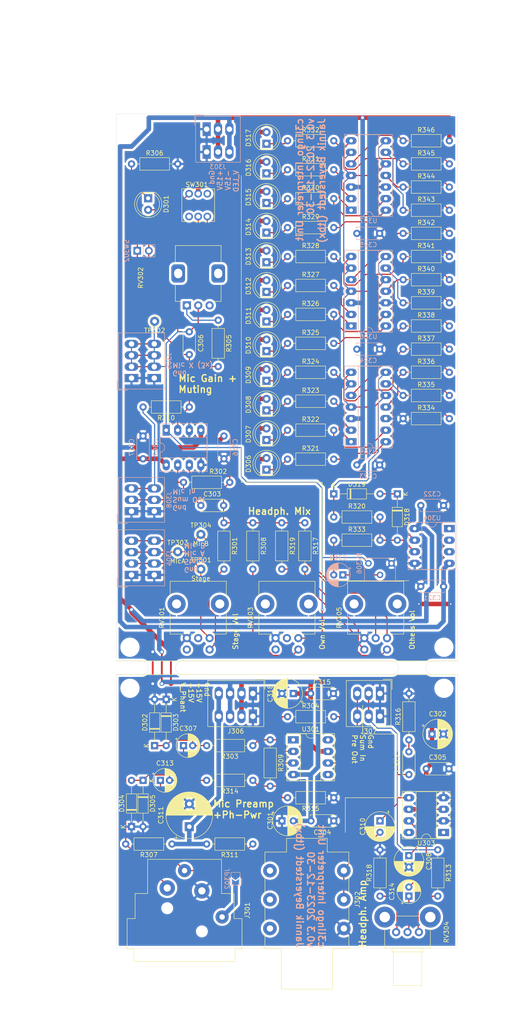
<source format=kicad_pcb>
(kicad_pcb (version 20211014) (generator pcbnew)
  (title_block (title "c3lingo interpeter unit -- channel strip") (date "2022-12-31") (rev "v0.3") (company "Jannik Beyerstedt (jtbx)") (comment 1 "Prototype 2"))
  (layers (0 "F.Cu" signal) (31 "B.Cu" signal) (34 "B.Paste" user) (35 "F.Paste" user) (36 "B.SilkS" user "B.Silkscreen") (37 "F.SilkS" user "F.Silkscreen") (38 "B.Mask" user) (39 "F.Mask" user) (44 "Edge.Cuts" user))
  (net 0 "")
  (net 1 "-15V")
  (net 2 "+15V")
  (net 3 "GND")
  (net 4 "Net-(C303-Pad2)")
  (net 5 "Net-(C306-Pad2)")
  (net 6 "Net-(C307-Pad1)")
  (net 7 "Net-(C307-Pad2)")
  (net 8 "Net-(C308-Pad1)")
  (net 9 "Net-(D319-Pad1)")
  (net 10 "Net-(C310-Pad1)")
  (net 11 "Net-(C310-Pad2)")
  (net 12 "V_Phant")
  (net 13 "Net-(C312-Pad2)")
  (net 14 "Net-(C313-Pad1)")
  (net 15 "Net-(C313-Pad2)")
  (net 16 "Net-(C314-Pad1)")
  (net 17 "Net-(C314-Pad2)")
  (net 18 "Net-(C319-Pad1)")
  (net 19 "Net-(C319-Pad2)")
  (net 20 "Net-(D301-Pad1)")
  (net 21 "Net-(D301-Pad2)")
  (net 22 "Net-(D306-Pad1)")
  (net 23 "Net-(D307-Pad1)")
  (net 24 "Net-(D308-Pad1)")
  (net 25 "Net-(D309-Pad1)")
  (net 26 "Net-(D310-Pad1)")
  (net 27 "Net-(D311-Pad1)")
  (net 28 "Net-(D312-Pad1)")
  (net 29 "Net-(D313-Pad1)")
  (net 30 "Net-(D314-Pad1)")
  (net 31 "Net-(D315-Pad1)")
  (net 32 "Net-(D316-Pad1)")
  (net 33 "Net-(D317-Pad1)")
  (net 34 "Net-(D318-Pad1)")
  (net 35 "Net-(D318-Pad2)")
  (net 36 "GNDREF")
  (net 37 "/Monitor_OthersB")
  (net 38 "/Monitor_OthersA")
  (net 39 "/Monitor_Stage")
  (net 40 "Net-(R301-Pad2)")
  (net 41 "Net-(R303-Pad1)")
  (net 42 "Net-(R305-Pad1)")
  (net 43 "Net-(R308-Pad2)")
  (net 44 "Net-(R309-Pad2)")
  (net 45 "Net-(R313-Pad2)")
  (net 46 "Net-(R317-Pad2)")
  (net 47 "Net-(R318-Pad1)")
  (net 48 "Net-(R319-Pad2)")
  (net 49 "Net-(R321-Pad2)")
  (net 50 "Net-(R322-Pad2)")
  (net 51 "Net-(R323-Pad2)")
  (net 52 "Net-(R324-Pad2)")
  (net 53 "Net-(R325-Pad2)")
  (net 54 "Net-(R326-Pad2)")
  (net 55 "Net-(R327-Pad2)")
  (net 56 "Net-(R328-Pad2)")
  (net 57 "Net-(R329-Pad2)")
  (net 58 "Net-(R330-Pad2)")
  (net 59 "Net-(R331-Pad2)")
  (net 60 "Net-(R332-Pad2)")
  (net 61 "Net-(R334-Pad2)")
  (net 62 "Net-(R335-Pad2)")
  (net 63 "Net-(R336-Pad2)")
  (net 64 "Net-(R337-Pad2)")
  (net 65 "Net-(R338-Pad2)")
  (net 66 "Net-(R339-Pad2)")
  (net 67 "Net-(R340-Pad2)")
  (net 68 "Net-(R341-Pad2)")
  (net 69 "Net-(R342-Pad2)")
  (net 70 "Net-(R343-Pad2)")
  (net 71 "Net-(R344-Pad2)")
  (net 72 "Net-(R345-Pad2)")
  (net 73 "/PreampOut")
  (net 74 "SumOut")
  (net 75 "MicPreOut")
  (net 76 "AmpIn")
  (net 77 "MicGainIn")
  (footprint "Connector_Audio:Jack_6.35mm_Neutrik_NMJ6HFD2_Horizontal" (layer "F.Cu") (at 100 216 -90)
    (fp_text reference "J302")
    (fp_text value "Headphone X")
  )
  (footprint "Connector_Audio:Jack_XLR_Neutrik_NC3FAAH2_Horizontal" (layer "F.Cu") (at 68.81 220.45 -90)
    (fp_text reference "J301")
    (fp_text value "Mic X In")
  )
  (footprint "Capacitor_THT:CP_Radial_D6.3mm_P2.50mm" (layer "F.Cu") (at 86.4 205.09)
    (fp_text reference "C301")
    (fp_text value "100uF")
  )
  (footprint "Capacitor_THT:C_Disc_D5.0mm_W2.5mm_P5.00mm" (layer "F.Cu") (at 97.79 205.09 180)
    (fp_text reference "C304")
    (fp_text value "100nF")
  )
  (footprint "Capacitor_THT:C_Disc_D5.0mm_W2.5mm_P5.00mm" (layer "F.Cu") (at 68.58 135.89)
    (fp_text reference "C303")
    (fp_text value "22pF")
  )
  (footprint "Capacitor_THT:CP_Radial_D5.0mm_P2.00mm" (layer "F.Cu") (at 114.3 221.6 90)
    (fp_text reference "C314")
    (fp_text value "1uF")
  )
  (footprint "Capacitor_THT:C_Disc_D5.0mm_W2.5mm_P5.00mm" (layer "F.Cu") (at 92.71 177.15)
    (fp_text reference "C315")
    (fp_text value "100nF")
  )
  (footprint "Capacitor_THT:CP_Radial_D6.3mm_P2.50mm" (layer "F.Cu") (at 88.9 177.15 180)
    (fp_text reference "C318")
    (fp_text value "100uF")
  )
  (footprint "Capacitor_THT:C_Disc_D5.0mm_W2.5mm_P5.00mm" (layer "F.Cu") (at 66.04 97.79 -90)
    (fp_text reference "C306")
    (fp_text value "100nF")
  )
  (footprint "Resistor_THT:R_Axial_DIN0207_L6.3mm_D2.5mm_P10.16mm_Horizontal" (layer "F.Cu") (at 80.01 188.58 180)
    (fp_text reference "R303")
    (fp_text value "1K 1%")
  )
  (footprint "Resistor_THT:R_Axial_DIN0207_L6.3mm_D2.5mm_P10.16mm_Horizontal" (layer "F.Cu") (at 87.63 182.23)
    (fp_text reference "R304")
    (fp_text value "330K 1%")
  )
  (footprint "c3lingo_unit-footprints:Potentiometer_Alps_RK09K_Double_Vertical" (layer "F.Cu") (at 70.5 165 90)
    (fp_text reference "RV301")
    (fp_text value "50K log.")
  )
  (footprint "c3lingo_unit-footprints:Potentiometer_Alps_RK09K_Double_Vertical" (layer "F.Cu") (at 90 165 90)
    (fp_text reference "RV303")
    (fp_text value "50K log.")
  )
  (footprint "Resistor_THT:R_Axial_DIN0207_L6.3mm_D2.5mm_P10.16mm_Horizontal" (layer "F.Cu") (at 83.82 187.31 -90)
    (fp_text reference "R309")
    (fp_text value "27K 1%")
  )
  (footprint "Resistor_THT:R_Axial_DIN0207_L6.3mm_D2.5mm_P10.16mm_Horizontal" (layer "F.Cu") (at 66.04 114.3 180)
    (fp_text reference "R310")
    (fp_text value "330R")
  )
  (footprint "Resistor_THT:R_Axial_DIN0207_L6.3mm_D2.5mm_P10.16mm_Horizontal" (layer "F.Cu") (at 64.77 130.81)
    (fp_text reference "R302")
    (fp_text value "22K")
  )
  (footprint "Resistor_THT:R_Axial_DIN0207_L6.3mm_D2.5mm_P10.16mm_Horizontal" (layer "F.Cu") (at 80.01 196.2 180)
    (fp_text reference "R314")
    (fp_text value "1K 1%")
  )
  (footprint "Resistor_THT:R_Axial_DIN0207_L6.3mm_D2.5mm_P10.16mm_Horizontal" (layer "F.Cu") (at 97.79 200.01 180)
    (fp_text reference "R315")
    (fp_text value "330K 1%")
  )
  (footprint "Resistor_THT:R_Axial_DIN0207_L6.3mm_D2.5mm_P10.16mm_Horizontal" (layer "F.Cu") (at 72.39 95.25 -90)
    (fp_text reference "R305")
    (fp_text value "56R")
  )
  (footprint "Potentiometer_THT:Potentiometer_Alps_RK09K_Single_Vertical" (layer "F.Cu") (at 65.5 92 90)
    (fp_text reference "RV302")
    (fp_text value "10K log.")
  )
  (footprint "Package_DIP:DIP-8_W7.62mm_Socket_LongPads" (layer "F.Cu") (at 88.9 187.31)
    (fp_text reference "U301")
    (fp_text value "NE5534")
  )
  (footprint "Capacitor_THT:CP_Radial_D6.3mm_P2.50mm" (layer "F.Cu") (at 119.38 186.04)
    (fp_text reference "C302")
    (fp_text value "100uF")
  )
  (footprint "Capacitor_THT:C_Disc_D5.0mm_W2.5mm_P5.00mm" (layer "F.Cu") (at 118.11 193.66)
    (fp_text reference "C305")
    (fp_text value "100nF")
  )
  (footprint "Capacitor_THT:CP_Radial_D6.3mm_P2.50mm" (layer "F.Cu") (at 114.3 212.71 -90)
    (fp_text reference "C308")
    (fp_text value "100uF")
  )
  (footprint "Capacitor_THT:CP_Radial_D6.3mm_P2.50mm" (layer "F.Cu") (at 107.95 205.09 -90)
    (fp_text reference "C310")
    (fp_text value "220uF lowESR")
  )
  (footprint "Capacitor_THT:C_Disc_D5.0mm_W2.5mm_P5.00mm" (layer "F.Cu") (at 114.3 194.93 90)
    (fp_text reference "C312")
    (fp_text value "47nF")
  )
  (footprint "Resistor_THT:R_Axial_DIN0207_L6.3mm_D2.5mm_P10.16mm_Horizontal" (layer "F.Cu") (at 120.65 211.44 -90)
    (fp_text reference "R313")
    (fp_text value "330K")
  )
  (footprint "Resistor_THT:R_Axial_DIN0207_L6.3mm_D2.5mm_P10.16mm_Horizontal" (layer "F.Cu") (at 114.3 187.31 90)
    (fp_text reference "R316")
    (fp_text value "12R")
  )
  (footprint "Potentiometer_THT:Potentiometer_Alps_RK09K_Single_Horizontal" (layer "F.Cu") (at 111.5 229.5 -90)
    (fp_text reference "RV304")
    (fp_text value "50K log.")
  )
  (footprint "Package_DIP:DIP-8_W7.62mm_Socket_LongPads" (layer "F.Cu") (at 121.92 207.63 180)
    (fp_text reference "U303")
    (fp_text value "LM386N-4")
  )
  (footprint "c3lingo_unit-footprints:Potentiometer_Alps_RK09K_Double_Vertical" (layer "F.Cu") (at 109.5 165 90)
    (fp_text reference "RV305")
    (fp_text value "50K log. st.")
  )
  (footprint "TestPoint:TestPoint_THTPad_D2.0mm_Drill1.0mm" (layer "F.Cu") (at 68.58 149.86)
    (fp_text reference "TP301")
    (fp_text value "Stage")
  )
  (footprint "TestPoint:TestPoint_THTPad_D2.0mm_Drill1.0mm" (layer "F.Cu") (at 58.42 95.5 180)
    (fp_text reference "TP302")
    (fp_text value "MicX")
  )
  (footprint "TestPoint:TestPoint_THTPad_D2.0mm_Drill1.0mm" (layer "F.Cu") (at 63.5 146.05)
    (fp_text reference "TP303")
    (fp_text value "MicA")
  )
  (footprint "TestPoint:TestPoint_THTPad_D2.0mm_Drill1.0mm" (layer "F.Cu") (at 68.58 142.24)
    (fp_text reference "TP304")
    (fp_text value "MicB")
  )
  (footprint "Resistor_THT:R_Axial_DIN0207_L6.3mm_D2.5mm_P10.16mm_Horizontal" (layer "F.Cu") (at 107.95 221.6 90)
    (fp_text reference "R318")
    (fp_text value "2.2K")
  )
  (footprint "Resistor_THT:R_Axial_DIN0207_L6.3mm_D2.5mm_P10.16mm_Horizontal" (layer "F.Cu") (at 73.66 139.7 -90)
    (fp_text reference "R301")
    (fp_text value "22K")
  )
  (footprint "Resistor_THT:R_Axial_DIN0207_L6.3mm_D2.5mm_P10.16mm_Horizontal" (layer "F.Cu") (at 80.01 139.7 -90)
    (fp_text reference "R308")
    (fp_text value "22K")
  )
  (footprint "Resistor_THT:R_Axial_DIN0207_L6.3mm_D2.5mm_P10.16mm_Horizontal" (layer "F.Cu") (at 91.44 139.7 -90)
    (fp_text reference "R317")
    (fp_text value "22K")
  )
  (footprint "Resistor_THT:R_Axial_DIN0207_L6.3mm_D2.5mm_P10.16mm_Horizontal" (layer "F.Cu") (at 86.36 139.7 -90)
    (fp_text reference "R319")
    (fp_text value "22K")
  )
  (footprint "Capacitor_THT:CP_Radial_D5.0mm_P2.00mm" (layer "F.Cu") (at 64.77 188.58)
    (fp_text reference "C307")
    (fp_text value "1uF/ 63V lowESR")
  )
  (footprint "Capacitor_THT:CP_Radial_D10.0mm_P5.00mm" (layer "F.Cu") (at 66.04 206.36 90)
    (fp_text reference "C311")
    (fp_text value "100uF/ 63V")
  )
  (footprint "Capacitor_THT:CP_Radial_D5.0mm_P2.00mm" (layer "F.Cu") (at 59.69 196.2)
    (fp_text reference "C313")
    (fp_text value "1uF/ 63V lowESR")
  )
  (footprint "Diode_THT:D_DO-35_SOD27_P10.16mm_Horizontal" (layer "F.Cu") (at 60.96 178.42 -90)
    (fp_text reference "D303")
    (fp_text value "1N4148")
  )
  (footprint "Diode_THT:D_DO-35_SOD27_P10.16mm_Horizontal" (layer "F.Cu") (at 58.42 188.58 90)
    (fp_text reference "D302")
    (fp_text value "1N4148")
  )
  (footprint "Diode_THT:D_DO-35_SOD27_P10.16mm_Horizontal" (layer "F.Cu") (at 53.34 206.36 90)
    (fp_text reference "D304")
    (fp_text value "1N4148")
  )
  (footprint "Diode_THT:D_DO-35_SOD27_P10.16mm_Horizontal" (layer "F.Cu") (at 55.88 196.2 -90)
    (fp_text reference "D305")
    (fp_text value "1N4148")
  )
  (footprint "Resistor_THT:R_Axial_DIN0207_L6.3mm_D2.5mm_P10.16mm_Horizontal" (layer "F.Cu") (at 62.23 210.17 180)
    (fp_text reference "R307")
    (fp_text value "6.8K 1%")
  )
  (footprint "Resistor_THT:R_Axial_DIN0207_L6.3mm_D2.5mm_P10.16mm_Horizontal" (layer "F.Cu") (at 80.01 210.17 180)
    (fp_text reference "R311")
    (fp_text value "6.8K 1%")
  )
  (footprint "LED_THT:LED_D5.0mm" (layer "F.Cu") (at 57 68.5 -90)
    (fp_text reference "D301")
    (fp_text value "On-Air (rd)")
  )
  (footprint "LED_THT:LED_D5.0mm" (layer "F.Cu") (at 83 128.04 90)
    (fp_text reference "D306")
    (fp_text value "rd")
  )
  (footprint "LED_THT:LED_D5.0mm" (layer "F.Cu") (at 83 121.54 90)
    (fp_text reference "D307")
    (fp_text value "rd")
  )
  (footprint "LED_THT:LED_D5.0mm" (layer "F.Cu") (at 83 115.04 90)
    (fp_text reference "D308")
    (fp_text value "rd")
  )
  (footprint "LED_THT:LED_D5.0mm" (layer "F.Cu") (at 83 108.54 90)
    (fp_text reference "D309")
    (fp_text value "rd")
  )
  (footprint "LED_THT:LED_D5.0mm" (layer "F.Cu") (at 83 102.04 90)
    (fp_text reference "D310")
    (fp_text value "ye")
  )
  (footprint "LED_THT:LED_D5.0mm" (layer "F.Cu") (at 83 95.54 90)
    (fp_text reference "D311")
    (fp_text value "ye")
  )
  (footprint "LED_THT:LED_D5.0mm" (layer "F.Cu") (at 83 89.04 90)
    (fp_text reference "D312")
    (fp_text value "gn")
  )
  (footprint "LED_THT:LED_D5.0mm" (layer "F.Cu") (at 83 82.54 90)
    (fp_text reference "D313")
    (fp_text value "gn")
  )
  (footprint "LED_THT:LED_D5.0mm" (layer "F.Cu") (at 83 76.04 90)
    (fp_text reference "D314")
    (fp_text value "gn")
  )
  (footprint "LED_THT:LED_D5.0mm" (layer "F.Cu") (at 83 69.54 90)
    (fp_text reference "D315")
    (fp_text value "ye")
  )
  (footprint "LED_THT:LED_D5.0mm" (layer "F.Cu") (at 83 63.04 90)
    (fp_text reference "D316")
    (fp_text value "ye")
  )
  (footprint "LED_THT:LED_D5.0mm" (layer "F.Cu") (at 83 56.54 90)
    (fp_text reference "D317")
    (fp_text value "rd")
  )
  (footprint "Diode_THT:D_DO-35_SOD27_P10.16mm_Horizontal" (layer "F.Cu") (at 111.76 133.35 -90)
    (fp_text reference "D318")
    (fp_text value "1N4148")
  )
  (footprint "Diode_THT:D_DO-35_SOD27_P10.16mm_Horizontal" (layer "F.Cu") (at 97.79 133.35)
    (fp_text reference "D319")
    (fp_text value "1N4148")
  )
  (footprint "Resistor_THT:R_Axial_DIN0207_L6.3mm_D2.5mm_P10.16mm_Horizontal" (layer "F.Cu") (at 53.34 60.96)
    (fp_text reference "R306")
    (fp_text value "680R")
  )
  (footprint "Resistor_THT:R_Axial_DIN0207_L6.3mm_D2.5mm_P10.16mm_Horizontal" (layer "F.Cu") (at 97.79 138.43)
    (fp_text reference "R320")
    (fp_text value "15K")
  )
  (footprint "Resistor_THT:R_Axial_DIN0207_L6.3mm_D2.5mm_P10.16mm_Horizontal" (layer "F.Cu") (at 87.63 125.73)
    (fp_text reference "R321")
    (fp_text value "390R")
  )
  (footprint "Resistor_THT:R_Axial_DIN0207_L6.3mm_D2.5mm_P10.16mm_Horizontal" (layer "F.Cu") (at 87.63 119.38)
    (fp_text reference "R322")
    (fp_text value "390R")
  )
  (footprint "Resistor_THT:R_Axial_DIN0207_L6.3mm_D2.5mm_P10.16mm_Horizontal" (layer "F.Cu") (at 87.63 113.03)
    (fp_text reference "R323")
    (fp_text value "390R")
  )
  (footprint "Resistor_THT:R_Axial_DIN0207_L6.3mm_D2.5mm_P10.16mm_Horizontal" (layer "F.Cu") (at 87.63 106.68)
    (fp_text reference "R324")
    (fp_text value "390R")
  )
  (footprint "Resistor_THT:R_Axial_DIN0207_L6.3mm_D2.5mm_P10.16mm_Horizontal" (layer "F.Cu") (at 87.63 100.33)
    (fp_text reference "R325")
    (fp_text value "390R")
  )
  (footprint "Resistor_THT:R_Axial_DIN0207_L6.3mm_D2.5mm_P10.16mm_Horizontal" (layer "F.Cu") (at 87.63 93.98)
    (fp_text reference "R326")
    (fp_text value "390R")
  )
  (footprint "Resistor_THT:R_Axial_DIN0207_L6.3mm_D2.5mm_P10.16mm_Horizontal" (layer "F.Cu") (at 87.63 87.63)
    (fp_text reference "R327")
    (fp_text value "390R")
  )
  (footprint "Resistor_THT:R_Axial_DIN0207_L6.3mm_D2.5mm_P10.16mm_Horizontal" (layer "F.Cu") (at 87.63 81.28)
    (fp_text reference "R328")
    (fp_text value "390R")
  )
  (footprint "Resistor_THT:R_Axial_DIN0207_L6.3mm_D2.5mm_P10.16mm_Horizontal" (layer "F.Cu") (at 87.63 74.93)
    (fp_text reference "R329")
    (fp_text value "390R")
  )
  (footprint "Resistor_THT:R_Axial_DIN0207_L6.3mm_D2.5mm_P10.16mm_Horizontal" (layer "F.Cu") (at 87.63 68.58)
    (fp_text reference "R330")
    (fp_text value "390R")
  )
  (footprint "Resistor_THT:R_Axial_DIN0207_L6.3mm_D2.5mm_P10.16mm_Horizontal" (layer "F.Cu") (at 87.63 62.23)
    (fp_text reference "R331")
    (fp_text value "390R")
  )
  (footprint "Resistor_THT:R_Axial_DIN0207_L6.3mm_D2.5mm_P10.16mm_Horizontal" (layer "F.Cu") (at 87.63 55.88)
    (fp_text reference "R332")
    (fp_text value "390R")
  )
  (footprint "Resistor_THT:R_Axial_DIN0207_L6.3mm_D2.5mm_P10.16mm_Horizontal" (layer "F.Cu") (at 97.79 143.51)
    (fp_text reference "R333")
    (fp_text value "1K")
  )
  (footprint "Resistor_THT:R_Axial_DIN0207_L6.3mm_D2.5mm_P10.16mm_Horizontal" (layer "F.Cu") (at 113.03 116.84)
    (fp_text reference "R334")
    (fp_text value "68R")
  )
  (footprint "Resistor_THT:R_Axial_DIN0207_L6.3mm_D2.5mm_P10.16mm_Horizontal" (layer "F.Cu") (at 113.03 111.76)
    (fp_text reference "R335")
    (fp_text value "39R")
  )
  (footprint "Resistor_THT:R_Axial_DIN0207_L6.3mm_D2.5mm_P10.16mm_Horizontal" (layer "F.Cu") (at 113.03 106.68)
    (fp_text reference "R336")
    (fp_text value "68R")
  )
  (footprint "Resistor_THT:R_Axial_DIN0207_L6.3mm_D2.5mm_P10.16mm_Horizontal" (layer "F.Cu") (at 113.03 101.6)
    (fp_text reference "R337")
    (fp_text value "100R")
  )
  (footprint "Resistor_THT:R_Axial_DIN0207_L6.3mm_D2.5mm_P10.16mm_Horizontal" (layer "F.Cu") (at 113.03 96.52)
    (fp_text reference "R338")
    (fp_text value "150R")
  )
  (footprint "Resistor_THT:R_Axial_DIN0207_L6.3mm_D2.5mm_P10.16mm_Horizontal" (layer "F.Cu") (at 113.03 91.44)
    (fp_text reference "R339")
    (fp_text value "270R")
  )
  (footprint "Resistor_THT:R_Axial_DIN0207_L6.3mm_D2.5mm_P10.16mm_Horizontal" (layer "F.Cu") (at 113.03 86.36)
    (fp_text reference "R340")
    (fp_text value "390R")
  )
  (footprint "Resistor_THT:R_Axial_DIN0207_L6.3mm_D2.5mm_P10.16mm_Horizontal" (layer "F.Cu") (at 113.03 81.28)
    (fp_text reference "R341")
    (fp_text value "680R")
  )
  (footprint "Resistor_THT:R_Axial_DIN0207_L6.3mm_D2.5mm_P10.16mm_Horizontal" (layer "F.Cu") (at 113.03 76.2)
    (fp_text reference "R342")
    (fp_text value "1K")
  )
  (footprint "Resistor_THT:R_Axial_DIN0207_L6.3mm_D2.5mm_P10.16mm_Horizontal" (layer "F.Cu") (at 113.03 71.12)
    (fp_text reference "R343")
    (fp_text value "1.5K")
  )
  (footprint "Resistor_THT:R_Axial_DIN0207_L6.3mm_D2.5mm_P10.16mm_Horizontal" (layer "F.Cu") (at 113.03 66.04)
    (fp_text reference "R344")
    (fp_text value "2.7K")
  )
  (footprint "Resistor_THT:R_Axial_DIN0207_L6.3mm_D2.5mm_P10.16mm_Horizontal" (layer "F.Cu") (at 113.03 60.96)
    (fp_text reference "R345")
    (fp_text value "3.9K")
  )
  (footprint "Resistor_THT:R_Axial_DIN0207_L6.3mm_D2.5mm_P10.16mm_Horizontal" (layer "F.Cu") (at 113.03 55.88)
    (fp_text reference "R346")
    (fp_text value "2.7K")
  )
  (footprint "c3lingo_unit-footprints:SW_APEM_MHPS2273_DPDT" (layer "F.Cu") (at 68 70 180)
    (fp_text reference "SW301")
    (fp_text value "OnAir_X")
  )
  (footprint "TerminalBlock_Phoenix:TerminalBlock_Phoenix_PTSM-0,5-3-2.5-H-THR_1x03_P2.50mm_Horizontal" (layer "F.Cu") (at 107.95 177.15 180)
    (fp_text reference "J307")
    (fp_text value "Interconnect")
  )
  (footprint "MountingHole:MountingHole_3.2mm_M3" (layer "F.Cu") (at 53 176)
    (fp_text reference "H305" hide)
    (fp_text value "MountingHole")
  )
  (footprint "MountingHole:MountingHole_3.2mm_M3" (layer "F.Cu") (at 122 176)
    (fp_text reference "H306" hide)
    (fp_text value "MountingHole")
  )
  (footprint "TerminalBlock_Phoenix:TerminalBlock_Phoenix_PTSM-0,5-4-2.5-H-THR_1x04_P2.50mm_Horizontal" (layer "F.Cu") (at 80.01 177.15 180)
    (fp_text reference "J306")
    (fp_text value "PowerSupply")
  )
  (footprint "MountingHole:MountingHole_3.2mm_M3" (layer "F.Cu") (at 53 53)
    (fp_text reference "H301" hide)
    (fp_text value "MountingHole")
  )
  (footprint "MountingHole:MountingHole_3.2mm_M3" (layer "F.Cu") (at 53 167)
    (fp_text reference "H302" hide)
    (fp_text value "MountingHole")
  )
  (footprint "MountingHole:MountingHole_3.2mm_M3" (layer "F.Cu") (at 122 167)
    (fp_text reference "H303" hide)
    (fp_text value "MountingHole")
  )
  (footprint "Capacitor_THT:C_Disc_D5.0mm_W2.5mm_P5.00mm" (layer "B.Cu") (at 73.66 125.65 90)
    (fp_text reference "C316")
    (fp_text value "100nF")
  )
  (footprint "Capacitor_THT:C_Disc_D5.0mm_W2.5mm_P5.00mm" (layer "B.Cu") (at 55.88 120.65 -90)
    (fp_text reference "C317")
    (fp_text value "100nF")
  )
  (footprint "Connector_PinHeader_2.54mm:PinHeader_1x02_P2.54mm_Vertical" (layer "B.Cu") (at 54.61 80.01 -90)
    (fp_text reference "SW302")
    (fp_text value "Mute_X")
  )
  (footprint "Capacitor_THT:CP_Radial_D5.0mm_P2.00mm" (layer "B.Cu") (at 99.79 151.13 180)
    (fp_text reference "C319")
    (fp_text value "1uF")
  )
  (footprint "Capacitor_THT:C_Disc_D5.0mm_W2.5mm_P5.00mm" (layer "B.Cu") (at 116.92 153.67)
    (fp_text reference "C321")
    (fp_text value "100nF")
  )
  (footprint "Capacitor_THT:C_Disc_D5.0mm_W2.5mm_P5.00mm" (layer "B.Cu") (at 121.92 135.89 180)
    (fp_text reference "C322")
    (fp_text value "100nF")
  )
  (footprint "Capacitor_THT:C_Disc_D5.0mm_W2.5mm_P5.00mm" (layer "B.Cu") (at 102.87 127)
    (fp_text reference "C323")
    (fp_text value "100nF")
  )
  (footprint "Capacitor_THT:C_Disc_D5.0mm_W2.5mm_P5.00mm" (layer "B.Cu") (at 102.87 101.6)
    (fp_text reference "C324")
    (fp_text value "100nF")
  )
  (footprint "Capacitor_THT:C_Disc_D5.0mm_W2.5mm_P5.00mm" (layer "B.Cu") (at 102.87 76.2)
    (fp_text reference "C325")
    (fp_text value "100nF")
  )
  (footprint "TerminalBlock_Phoenix:TerminalBlock_Phoenix_PTSM-0,5-3-2.5-H-THR_1x03_P2.50mm_Horizontal" (layer "B.Cu") (at 69.85 53.34)
    (fp_text reference "J303")
    (fp_text value "PowerSupply")
  )
  (footprint "TerminalBlock_Phoenix:TerminalBlock_Phoenix_PTSM-0,5-4-2.5-H-THR_1x04_P2.50mm_Horizontal" (layer "B.Cu") (at 53.34 151.13 90)
    (fp_text reference "J304")
    (fp_text value "Inputs")
  )
  (footprint "TerminalBlock_Phoenix:TerminalBlock_Phoenix_PTSM-0,5-4-2.5-H-THR_1x04_P2.50mm_Horizontal" (layer "B.Cu") (at 53.34 107.95 90)
    (fp_text reference "J305")
    (fp_text value "Output")
  )
  (footprint "Jumper:SolderJumper-2_P1.3mm_Open_TrianglePad1.0x1.5mm" (layer "B.Cu") (at 76.2 217.79 -90)
    (fp_text reference "JP302")
    (fp_text value "GND_JMP")
  )
  (footprint "Potentiometer_THT:Potentiometer_Vishay_T73XX_Horizontal" (layer "B.Cu") (at 105.41 148.59 -90)
    (fp_text reference "RV306")
    (fp_text value "50K")
  )
  (footprint "Package_DIP:DIP-8_W7.62mm_Socket_LongPads" (layer "B.Cu") (at 60.96 119.38 -90)
    (fp_text reference "U302")
    (fp_text value "LM833N")
  )
  (footprint "Package_DIP:DIP-14_W7.62mm_Socket_LongPads" (layer "B.Cu") (at 101.6 121.92)
    (fp_text reference "U305")
    (fp_text value "LM339")
  )
  (footprint "Package_DIP:DIP-14_W7.62mm_Socket_LongPads" (layer "B.Cu") (at 101.6 96.52)
    (fp_text reference "U306")
    (fp_text value "LM339")
  )
  (footprint "Package_DIP:DIP-14_W7.62mm_Socket_LongPads" (layer "B.Cu") (at 101.6 71.12)
    (fp_text reference "U307")
    (fp_text value "LM339")
  )
  (footprint "Package_DIP:DIP-8_W7.62mm_Socket_LongPads" (layer "B.Cu") (at 123.19 140.97 180)
    (fp_text reference "U304")
    (fp_text value "LM833N")
  )
  (footprint "TerminalBlock_Phoenix:TerminalBlock_Phoenix_PTSM-0,5-3-2.5-H-THR_1x03_P2.50mm_Horizontal" (layer "B.Cu") (at 53.34 137.16 90)
    (fp_text reference "J308")
    (fp_text value "Interconnect")
  )
  (gr_line (start 111.76 200.01) (end 100.33 200.01) (layer "F.SilkS") (width 0.12))
  (gr_line (start 104.14 186.04) (end 104.14 179.69) (layer "F.SilkS") (width 0.12))
  (gr_line (start 100.33 200.01) (end 100.33 207.63) (layer "F.SilkS") (width 0.12))
  (gr_line (start 111.76 194.93) (end 111.76 200.01) (layer "F.SilkS") (width 0.12))
  (gr_line (start 77.47 63.5) (end 77.47 130.81) (layer "F.SilkS") (width 0.12))
  (gr_line (start 95.25 130.81) (end 95.25 152.4) (layer "F.SilkS") (width 0.12))
  (gr_line (start 104.14 186.04) (end 111.76 186.04) (layer "F.SilkS") (width 0.12))
  (gr_line (start 50 173) (end 125 173) (layer "F.SilkS") (width 0.12))
  (gr_line (start 77.47 130.81) (end 95.25 130.81) (layer "F.SilkS") (width 0.12))
  (gr_line (start 111.76 186.04) (end 111.76 189.85) (layer "F.SilkS") (width 0.12))
  (gr_line (start 95.25 152.4) (end 114.3 152.4) (layer "F.SilkS") (width 0.12))
  (gr_line (start 50 170) (end 125 170) (layer "F.SilkS") (width 0.12))
  (gr_line (start 50 170) (end 50 50) (layer "Edge.Cuts") (width 0.05))
  (gr_line (start 125 233) (end 50 233) (layer "Edge.Cuts") (width 0.05))
  (gr_line (start 110.5 173) (end 64.5 173) (layer "Edge.Cuts") (width 0.05))
  (gr_line (start 50 173) (end 50 233) (layer "Edge.Cuts") (width 0.05))
  (gr_line (start 125 173) (end 125 233) (layer "Edge.Cuts") (width 0.05))
  (gr_line (start 55.5 170) (end 50 170) (layer "Edge.Cuts") (width 0.05))
  (gr_line (start 50 173) (end 55.5 173) (layer "Edge.Cuts") (width 0.05))
  (gr_line (start 119.5 170) (end 125 170) (layer "Edge.Cuts") (width 0.05))
  (gr_line (start 119.5 173) (end 125 173) (layer "Edge.Cuts") (width 0.05))
  (gr_arc (start 110.5 170) (mid 112 171.5) (end 110.5 173) (layer "Edge.Cuts") (width 0.05))
  (gr_line (start 125 50) (end 125 170) (layer "Edge.Cuts") (width 0.05))
  (gr_arc (start 55.5 170) (mid 57 171.5) (end 55.5 173) (layer "Edge.Cuts") (width 0.05))
  (gr_line (start 110.5 170) (end 64.5 170) (layer "Edge.Cuts") (width 0.05))
  (gr_arc (start 119.5 173) (mid 118 171.5) (end 119.5 170) (layer "Edge.Cuts") (width 0.05))
  (gr_line (start 50 50) (end 125 50) (layer "Edge.Cuts") (width 0.05))
  (gr_arc (start 64.5 173) (mid 63 171.5) (end 64.5 170) (layer "Edge.Cuts") (width 0.05))
  (gr_text "c3lingo Interpreter Unit\nv0.3 2022-12-30\nJannik Beyerstedt (jtbx)" (at 92.71 50.8 90) (layer "B.SilkS") (effects (font (size 1.5 1.5) (thickness 0.3)) (justify left mirror)))
  (gr_text "Gnd\nMic X (3x)" (at 62.23 106 180) (layer "B.SilkS") (effects (font (size 1.1 1.1) (thickness 0.2)) (justify left mirror)))
  (gr_text "Gnd\nStage\nMic A\nMic B" (at 64.77 147.32 180) (layer "B.SilkS") (effects (font (size 1.1 1.1) (thickness 0.2)) (justify left mirror)))
  (gr_text "Gnd\n+15V\n-15V\nV_LED" (at 73.66 62.23 90) (layer "B.SilkS") (effects (font (size 1.1 1.1) (thickness 0.2)) (justify left mirror)))
  (gr_text "c3lingo Interpreter Unit\nv0.3 2023-12-30\nJannik Beyerstedt (jtbx)" (at 92.71 233.03 -90) (layer "B.SilkS") (effects (font (size 1.5 1.5) (thickness 0.3)) (justify left mirror)))
  (gr_text "Gnd\nSum Out\nMic In" (at 62.23 134.62 180) (layer "B.SilkS") (effects (font (size 1.1 1.1) (thickness 0.2)) (justify left mirror)))
  (gr_text "Headph. Mix" (at 78.74 137.16) (layer "F.SilkS") (effects (font (size 1.5 1.5) (thickness 0.3)) (justify left)))
  (gr_text "Headph. Amp" (at 104.14 233.03 90) (layer "F.SilkS") (effects (font (size 1.5 1.5) (thickness 0.3)) (justify left)))
  (gr_text "Stage Vol" (at 76.2 167.64 90) (layer "F.SilkS") (effects (font (size 1.1 1.1) (thickness 0.2)) (justify left)))
  (gr_text "Own Vol" (at 95.25 167.64 90) (layer "F.SilkS") (effects (font (size 1.1 1.1) (thickness 0.2)) (justify left)))
  (gr_text "Others Vol" (at 115 167.64 90) (layer "F.SilkS") (effects (font (size 1.1 1.1) (thickness 0.2)) (justify left)))
  (gr_text "Gnd\n+15V\n-15V\nV_Phant" (at 67.31 174.61 270) (layer "F.SilkS") (effects (font (size 1.1 1.1) (thickness 0.2)) (justify left)))
  (gr_text "Gnd\nSum In\nPre Out" (at 104.14 186.04 -90) (layer "F.SilkS") (effects (font (size 1.1 1.1) (thickness 0.2)) (justify left)))
  (gr_text "Mic Gain +\nMuting" (at 63.5 109.22) (layer "F.SilkS") (effects (font (size 1.5 1.5) (thickness 0.3)) (justify left)))
  (gr_text "Mic Preamp\n+Ph-Pwr" (at 71.12 202.55) (layer "F.SilkS") (effects (font (size 1.5 1.5) (thickness 0.3)) (justify left)))
  (segment (start 53.33501 123.16499) (end 66.99501 123.16499) (width 1) (layer "F.Cu") (net 1))
  (segment (start 60 168) (end 60 175) (width 0.4) (layer "F.Cu") (net 1))
  (segment (start 66.99501 123.16499) (end 68.58 121.58) (width 1) (layer "F.Cu") (net 1))
  (segment (start 72.73 121.58) (end 73.66 120.65) (width 1) (layer "F.Cu") (net 1))
  (segment (start 68.58 121.58) (end 68.58 119.38) (width 1) (layer "F.Cu") (net 1))
  (segment (start 68.58 121.58) (end 72.73 121.58) (width 1) (layer "F.Cu") (net 1))
  (via (at 53.33501 123.16499) (size 0.6) (drill 0.3) (layers "F.Cu" "B.Cu") (net 1))
  (via (at 60 175) (size 0.8) (drill 0.6) (layers "F.Cu" "B.Cu") (net 1))
  (via (at 60 168) (size 0.8) (drill 0.6) (layers "F.Cu" "B.Cu") (net 1))
  (segment (start 75.01 174.69) (end 75.01 177.15) (width 1) (layer "B.Cu") (net 1))
  (segment (start 50.82501 123.16499) (end 53.31499 123.16499) (width 1) (layer "B.Cu") (net 1))
  (segment (start 59.44 167.44) (end 60 168) (width 1) (layer "B.Cu") (net 1))
  (segment (start 88.9 205.09) (end 92.79 205.09) (width 1) (layer "B.Cu") (net 1))
  (segment (start 92.71 194.93) (end 92.71 205.01) (width 1) (layer "B.Cu") (net 1))
  (segment (start 92.71 205.01) (end 92.79 205.09) (width 1) (layer "B.Cu") (net 1))
  (segment (start 53.31499 57.12499) (end 50.82501 57.12499) (width 1) (layer "B.Cu") (net 1))
  (segment (start 50.82501 123.16499) (end 50.82501 158.72499) (width 1) (layer "B.Cu") (net 1))
  (segment (start 88.9 194.93) (end 92.71 194.93) (width 1) (layer "B.Cu") (net 1))
  (segment (start 74.85 53.34) (end 74.85 58.34) (width 1) (layer "B.Cu") (net 1))
  (segment (start 74.85 50.84) (end 74.86499 50.82501) (width 1) (layer "B.Cu") (net 1))
  (segment (start 93.98 174.61) (end 74.93 174.61) (width 1) (layer "B.Cu") (net 1))
  (segment (start 74.93 174.61) (end 60.39 174.61) (width 1) (layer "B.Cu") (net 1))
  (segment (start 121.92 153.67) (end 121.92 149.86) (width 1) (layer "B.Cu") (net 1))
  (segment (start 57.15 53.34) (end 53.34 57.15) (width 1) (layer "B.Cu") (net 1))
  (segment (start 120.65 162.56) (end 121.92 161.29) (width 1) (layer "B.Cu") (net 1))
  (segment (start 74.85 53.34) (end 74.85 50.84) (width 1) (layer "B.Cu") (net 1))
  (segment (start 50.82501 57.12499) (end 50.82501 120.67501) (width 1) (layer "B.Cu") (net 1))
  (segment (start 50.82501 120.67501) (end 50.82501 123.16499) (width 1) (layer "B.Cu") (net 1))
  (segment (start 92.71 194.93) (end 94.310001 193.329999) (width 1) (layer "B.Cu") (net 1))
  (segment (start 121.92 149.86) (end 123.19 148.59) (width 1) (layer "B.Cu") (net 1))
  (segment (start 59.44 162.56) (end 120.65 162.56) (width 1) (layer "B.Cu") (net 1))
  (segment (start 57.15 50.82501) (end 57.15 53.34) (width 1) (layer "B.Cu") (net 1))
  (segment (start 50.82501 161.31501) (end 52.07 162.56) (width 1) (layer "B.Cu") (net 1))
  (segment (start 53.34 57.15) (end 53.31499 57.12499) (width 1) (layer "B.Cu") (net 1))
  (segment (start 74.86499 50.82501) (end 57.15 50.82501) (width 1) (layer "B.Cu") (net 1))
  (segment (start 50.82501 158.72499) (end 50.82501 161.31501) (width 1) (layer "B.Cu") (net 1))
  (segment (start 94.310001 193.329999) (end 94.310001 174.940001) (width 1) (layer "B.Cu") (net 1))
  (segment (start 121.92 161.29) (end 121.92 153.67) (width 1) (layer "B.Cu") (net 1))
  (segment (start 59.44 162.56) (end 59.44 167.44) (width 1) (layer "B.Cu") (net 1))
  (segment (start 60.39 174.61) (end 60 175) (width 1) (layer "B.Cu") (net 1))
  (segment (start 74.93 174.61) (end 75.01 174.69) (width 1) (layer "B.Cu") (net 1))
  (segment (start 94.310001 174.940001) (end 93.98 174.61) (width 1) (layer "B.Cu") (net 1))
  (segment (start 75.01 177.15) (end 75.01 182.15) (width 1) (layer "B.Cu") (net 1))
  (segment (start 52.07 162.56) (end 59.44 162.56) (width 1) (layer "B.Cu") (net 1))
  (segment (start 104.11499 50.82501) (end 106.65499 50.82501) (width 1) (layer "F.Cu") (net 2))
  (segment (start 106.65499 50.82501) (end 123.19 50.82501) (width 1) (layer "F.Cu") (net 2))
  (segment (start 62 168) (end 62 175) (width 0.4) (layer "F.Cu") (net 2))
  (segment (start 80.01 118.11) (end 80.01 125.73) (width 1) (layer "F.Cu") (net 2))
  (segment (start 80.01 86.36) (end 80.01 92.71) (width 1) (layer "F.Cu") (net 2))
  (segment (start 72.35 50.84) (end 72.36499 50.82501) (width 1) (layer "F.Cu") (net 2))
  (segment (start 80.45 99.5) (end 80.01 99.06) (width 1) (layer "F.Cu") (net 2))
  (segment (start 80 63.5) (end 80.01 63.51) (width 1) (layer "F.Cu") (net 2))
  (segment (start 83 99.5) (end 80.45 99.5) (width 1) (layer "F.Cu") (net 2))
  (segment (start 116.84 174.61) (end 116.84 178.42) (width 1) (layer "F.Cu") (net 2))
  (segment (start 80.01 66.04) (end 80.01 72.39) (width 1) (layer "F.Cu") (net 2))
  (segment (start 58.42 50.82501) (end 72.36499 50.82501) (width 1) (layer "F.Cu") (net 2))
  (segment (start 88.9 177.15) (end 92.71 177.15) (width 1) (layer "F.Cu") (net 2))
  (segment (start 77.51 177.15) (end 77.51 174.65) (width 1) (layer "F.Cu") (net 2))
  (segment (start 70.797919 63.5) (end 80 63.5) (width 1) (layer "F.Cu") (net 2))
  (segment (start 50.82501 156.23501) (end 53.34 158.75) (width 1) (layer "F.Cu") (net 2))
  (segment (start 57.15 53.34) (end 53.34 57.15) (width 1) (layer "F.Cu") (net 2))
  (segment (start 83 80) (end 81.27 80) (width 1) (layer "F.Cu") (net 2))
  (segment (start 80.01 50.99) (end 80.17499 50.82501) (width 1) (layer "F.Cu") (net 2))
  (segment (start 83 73.5) (end 81.12 73.5) (width 1) (layer "F.Cu") (net 2))
  (segment (start 118.11 200.94) (end 116.5 202.55) (width 1) (layer "F.Cu") (net 2))
  (segment (start 92.71 174.61) (end 116.84 174.61) (width 1) (layer "F.Cu") (net 2))
  (segment (start 53.34 158.75) (end 53.34 159.34) (width 1) (layer "F.Cu") (net 2))
  (segment (start 57.15 50.82501) (end 57.15 53.34) (width 1) (layer "F.Cu") (net 2))
  (segment (start 80.01 105.41) (end 80.01 111.76) (width 1) (layer "F.Cu") (net 2))
  (segment (start 83 54) (end 80.62 54) (width 1) (layer "F.Cu") (net 2))
  (segment (start 72.35 53.34) (end 72.35 58.34) (width 1) (layer "F.Cu") (net 2))
  (segment (start 80.9 119) (end 80.01 118.11) (width 1) (layer "F.Cu") (net 2))
  (segment (start 92.71 177.15) (end 92.71 174.61) (width 1) (layer "F.Cu") (net 2))
  (segment (start 50.88 125.65) (end 50.82501 125.70499) (width 1) (layer "F.Cu") (net 2))
  (segment (start 80.01 63.51) (end 80.01 66.04) (width 1) (layer "F.Cu") (net 2))
  (segment (start 119.38 180.96) (end 119.38 186.04) (width 1) (layer "F.Cu") (net 2))
  (segment (start 77.51 177.15) (end 77.51 182.15) (width 1) (layer "F.Cu") (net 2))
  (segment (start 59.61 125.65) (end 60.96 127) (width 1) (layer "F.Cu") (net 2))
  (segment (start 55.88 125.65) (end 50.88 125.65) (width 1) (layer "F.Cu") (net 2))
  (segment (start 80.01 59.69) (end 80.01 63.51) (width 1) (layer "F.Cu") (net 2))
  (segment (start 80.82 60.5) (end 80.01 59.69) (width 1) (layer "F.Cu") (net 2))
  (segment (start 72.36499 50.82501) (end 80.17499 50.82501) (width 1) (layer "F.Cu") (net 2))
  (segment (start 58.42 50.82501) (end 57.15 50.82501) (width 1) (layer "F.Cu") (net 2))
  (segment (start 82.77 125.73) (end 83 125.5) (width 1) (layer "F.Cu") (net 2))
  (segment (start 119.38 192.39) (end 118.11 193.66) (width 1) (layer "F.Cu") (net 2))
  (segment (start 80.01 111.76) (end 80.01 118.11) (width 1) (layer "F.Cu") (net 2))
  (segment (start 80.3 93) (end 80.01 92.71) (width 1) (layer "F.Cu") (net 2))
  (segment (start 53.34 159.34) (end 62 168) (width 1) (layer "F.Cu") (net 2))
  (segment (start 83 112.5) (end 80.75 112.5) (width 1) (layer "F.Cu") (net 2))
  (segment (start 83 93) (end 80.3 93) (width 1) (layer "F.Cu") (net 2))
  (segment (start 50.82501 125.70499) (end 50.82501 156.23501) (width 1) (layer "F.Cu") (net 2))
  (segment (start 80.01 125.73) (end 82.77 125.73) (width 1) (layer "F.Cu") (net 2))
  (segment (start 80.17499 50.82501) (end 104.11499 50.82501) (width 1) (layer "F.Cu") (net 2))
  (segment (start 80.01 54.61) (end 80.01 59.69) (width 1) (layer "F.Cu") (net 2))
  (segment (start 50.82501 57.15) (end 50.82501 123.21501) (width 1) (layer "F.Cu") (net 2))
  (segment (start 80.75 112.5) (end 80.01 111.76) (width 1) (layer "F.Cu") (net 2))
  (segment (start 118.11 193.66) (end 118.11 200.94) (width 1) (layer "F.Cu") (net 2))
  (segment (start 81.12 73.5) (end 80.01 72.39) (width 1) (layer "F.Cu") (net 2))
  (segment (start 53.34 57.15) (end 50.82501 57.15) (width 1) (layer "F.Cu") (net 2))
  (segment (start 83 60.5) (end 80.82 60.5) (width 1) (layer "F.Cu") (net 2))
  (segment (start 68 67.5) (end 68 66.297919) (width 1) (layer "F.Cu") (net 2))
  (segment (start 83 67) (end 80.97 67) (width 1) (layer "F.Cu") (net 2))
  (segment (start 80.01 72.39) (end 80.01 78.74) (width 1) (layer "F.Cu") (net 2))
  (segment (start 77.55 174.61) (end 62.39 174.61) (width 1) (layer "F.Cu") (net 2))
  (segment (start 92.71 174.61) (end 77.55 174.61) (width 1) (layer "F.Cu") (net 2))
  (segment (start 80.01 54.61) (end 80.01 50.99) (width 1) (layer "F.Cu") (net 2))
  (segment (start 123.19 50.82501) (end 123.19 55.88) (width 1) (layer "F.Cu") (net 2))
  (segment (start 72.35 53.34) (end 72.35 50.84) (width 1) (layer "F.Cu") (net 2))
  (segment (start 62.39 174.61) (end 62 175) (width 1) (layer "F.Cu") (net 2))
  (segment (start 116.84 178.42) (end 119.38 180.96) (width 1) (layer "F.Cu") (net 2))
  (segment (start 80.01 99.06) (end 80.01 105.41) (width 1) (layer "F.Cu") (net 2))
  (segment (start 92.71 177.15) (end 92.71 188.24) (width 1) (layer "F.Cu") (net 2))
  (segment (start 80.01 92.71) (end 80.01 99.06) (width 1) (layer "F.Cu") (net 2))
  (segment (start 83 106) (end 80.6 106) (width 1) (layer "F.Cu") (net 2))
  (segment (start 81.27 80) (end 80.01 78.74) (width 1) (layer "F.Cu") (net 2))
  (segment (start 80.62 54) (end 80.01 54.61) (width 1) (layer "F.Cu") (net 2))
  (segment (start 80.97 67) (end 80.01 66.04) (width 1) (layer "F.Cu") (net 2))
  (segment (start 50.82501 123.21501) (end 50.82501 125.70499) (width 1) (layer "F.Cu") (net 2))
  (segment (start 80.6 106) (end 80.01 105.41) (width 1) (layer "F.Cu") (net 2))
  (segment (start 92.71 188.24) (end 94.32 189.85) (width 1) (layer "F.Cu") (net 2))
  (segment (start 68 66.297919) (end 70.797919 63.5) (width 1) (layer "F.Cu") (net 2))
  (segment (start 83 86.5) (end 80.15 86.5) (width 1) (layer "F.Cu") (net 2))
  (segment (start 94.32 189.85) (end 96.52 189.85) (width 1) (layer "F.Cu") (net 2))
  (segment (start 116.5 202.55) (end 114.3 202.55) (width 1) (layer "F.Cu") (net 2))
  (segment (start 55.88 125.65) (end 59.61 125.65) (width 1) (layer "F.Cu") (net 2))
  (segment (start 83 119) (end 80.9 119) (width 1) (layer "F.Cu") (net 2))
  (segment (start 80.15 86.5) (end 80.01 86.36) (width 1) (layer "F.Cu") (net 2))
  (segment (start 80.01 78.74) (end 80.01 86.36) (width 1) (layer "F.Cu") (net 2))
  (segment (start 119.38 186.04) (end 119.38 192.39) (width 1) (layer "F.Cu") (net 2))
  (via (at 53.34 158.75) (size 0.8) (drill 0.6) (layers "F.Cu" "B.Cu") (net 2))
  (via (at 104.11499 50.82501) (size 0.8) (drill 0.6) (layers "F.Cu" "B.Cu") (net 2))
  (segment (start 104.14 91.78) (end 104.14 101.6) (width 1) (layer "B.Cu") (net 2))
  (segment (start 104.14 91.78) (end 104.14 76.2) (width 1) (layer "B.Cu") (net 2))
  (segment (start 104.14 116.84) (end 104.14 125.73) (width 1) (layer "B.Cu") (net 2))
  (segment (start 117.77 140.97) (end 115.57 140.97) (width 1) (layer "B.Cu") (net 2))
  (segment (start 104.14 101.6) (end 102.87 101.6) (width 1) (layer "B.Cu") (net 2))
  (segment (start 104.14 76.2) (end 104.14 67.31) (width 1) (layer "B.Cu") (net 2))
  (segment (start 104.14 66.04) (end 104.14 50.82501) (width 1) (layer "B.Cu") (net 2))
  (segment (start 104.14 67.31) (end 104.14 66.04) (width 1) (layer "B.Cu") (net 2))
  (segment (start 116.92 139.62) (end 115.57 140.97) (width 1) (layer "B.Cu") (net 2))
  (segment (start 101.6 66.04) (end 104.14 66.04) (width 1) (layer "B.Cu") (net 2))
  (segment (start 55.84999 161.25999) (end 118.14001 161.25999) (width 1) (layer "B.Cu") (net 2))
  (segment (start 116.92 135.89) (end 116.92 139.62) (width 1) (layer "B.Cu") (net 2))
  (segment (start 104.14 101.6) (end 104.14 116.84) (width 1) (layer "B.Cu") (net 2))
  (segment (start 101.6 116.84) (end 104.14 116.84) (width 1) (layer "B.Cu") (net 2))
  (segment (start 119.38 142.58) (end 117.77 140.97) (width 1) (layer "B.Cu") (net 2))
  (segment (start 118.14001 155.081988) (end 119.38 153.841998) (width 1) (layer "B.Cu") (net 2))
  (segment (start 119.38 153.841998) (end 119.38 142.58) (width 1) (layer "B.Cu") (net 2))
  (segment (start 103.8 91.44) (end 104.14 91.78) (width 1) (layer "B.Cu") (net 2))
  (segment (start 102.87 76.2) (end 104.14 76.2) (width 1) (layer "B.Cu") (net 2))
  (segment (start 118.14001 161.25999) (end 118.14001 155.081988) (width 1) (layer "B.Cu") (net 2))
  (segment (start 53.34 158.75) (end 55.84999 161.25999) (width 1) (layer "B.Cu") (net 2))
  (segment (start 101.6 91.44) (end 103.8 91.44) (width 1) (layer "B.Cu") (net 2))
  (segment (start 104.14 125.73) (end 102.87 127) (width 1) (layer "B.Cu") (net 2))
  (segment (start 58 168) (end 58 175) (width 0.4) (layer "F.Cu") (net 3))
  (segment (start 116.5 157.5) (end 123.5 157.5) (width 1) (layer "F.Cu") (net 3))
  (via (at 123.5 157.5) (size 0.6) (drill 0.3) (layers "F.Cu" "B.Cu") (net 3))
  (via (at 58 168) (size 0.8) (drill 0.6) (layers "F.Cu" "B.Cu") (net 3))
  (via (at 116.5 157.5) (size 0.6) (drill 0.3) (layers "F.Cu" "B.Cu") (net 3))
  (via (at 58 175) (size 0.8) (drill 0.6) (layers "F.Cu" "B.Cu") (net 3))
  (segment (start 80.01 139.7) (end 82.55 139.7) (width 0.25) (layer "F.Cu") (net 4))
  (segment (start 74.93 129.54) (end 67.13 129.54) (width 0.25) (layer "F.Cu") (net 4))
  (segment (start 73.66 139.7) (end 80.01 139.7) (width 0.25) (layer "F.Cu") (net 4))
  (segment (start 74.93 130.81) (end 74.93 129.54) (width 0.25) (layer "F.Cu") (net 4))
  (segment (start 82.55 139.7) (end 86.36 139.7) (width 0.25) (layer "F.Cu") (net 4))
  (segment (start 73.58 132.16) (end 74.93 130.81) (width 0.25) (layer "F.Cu") (net 4))
  (segment (start 67.13 129.54) (end 66.04 128.45) (width 0.25) (layer "F.Cu") (net 4))
  (segment (start 66.04 128.45) (end 66.04 127) (width 0.25) (layer "F.Cu") (net 4))
  (segment (start 73.58 135.89) (end 73.58 132.16) (width 0.25) (layer "F.Cu") (net 4))
  (segment (start 86.36 139.7) (end 91.44 139.7) (width 0.25) (layer "F.Cu") (net 4))
  (segment (start 73.58 135.89) (end 73.58 139.62) (width 0.25) (layer "F.Cu") (net 4))
  (segment (start 60.96 99.06) (end 60.96 94.46) (width 0.25) (layer "F.Cu") (net 5))
  (segment (start 54.61 88.11) (end 54.61 80.01) (width 0.25) (layer "F.Cu") (net 5))
  (segment (start 68 72.5) (end 68 75.51) (width 0.25) (layer "F.Cu") (net 5))
  (segment (start 55.88 76.2) (end 54.61 77.47) (width 0.25) (layer "F.Cu") (net 5))
  (segment (start 66.04 102.79) (end 64.69 102.79) (width 0.25) (layer "F.Cu") (net 5))
  (segment (start 66.04 105.41) (end 66.04 114.3) (width 0.25) (layer "F.Cu") (net 5))
  (segment (start 64.69 102.79) (end 60.96 99.06) (width 0.25) (layer "F.Cu") (net 5))
  (segment (start 60.96 94.46) (end 54.61 88.11) (width 0.25) (layer "F.Cu") (net 5))
  (segment (start 68 75.51) (end 67.31 76.2) (width 0.25) (layer "F.Cu") (net 5))
  (segment (start 63.5 119.38) (end 63.5 116.84) (width 0.25) (layer "F.Cu") (net 5))
  (segment (start 66.04 102.87) (end 66.04 105.41) (width 0.25) (layer "F.Cu") (net 5))
  (segment (start 72.39 105.41) (end 66.04 105.41) (width 0.25) (layer "F.Cu") (net 5))
  (segment (start 54.61 77.47) (end 54.61 80.01) (width 0.25) (layer "F.Cu") (net 5))
  (segment (start 63.5 116.84) (end 66.04 114.3) (width 0.25) (layer "F.Cu") (net 5))
  (segment (start 67.31 76.2) (end 55.88 76.2) (width 0.25) (layer "F.Cu") (net 5))
  (segment (start 52.07 210.17) (end 61.19 219.29) (width 0.25) (layer "F.Cu") (net 6))
  (segment (start 53.34 192.39) (end 63.5 192.39) (width 0.25) (layer "F.Cu") (net 6))
  (segment (start 64.77 191.12) (end 64.77 188.58) (width 0.25) (layer "F.Cu") (net 6))
  (segment (start 52.07 210.17) (end 52.07 193.66) (width 0.25) (layer "F.Cu") (net 6))
  (segment (start 52.07 193.66) (end 53.34 192.39) (width 0.25) (layer "F.Cu") (net 6))
  (segment (start 63.5 192.39) (end 64.77 191.12) (width 0.25) (layer "F.Cu") (net 6))
  (segment (start 61.19 219.29) (end 61.19 219.815) (width 0.25) (layer "F.Cu") (net 6))
  (segment (start 60.96 188.58) (end 58.42 188.58) (width 0.25) (layer "F.Cu") (net 7))
  (segment (start 62.135001 187.404999) (end 60.96 188.58) (width 0.25) (layer "F.Cu") (net 7))
  (segment (start 66.726369 187.404999) (end 62.135001 187.404999) (width 0.25) (layer "F.Cu") (net 7))
  (segment (start 66.77 187.44863) (end 66.726369 187.404999) (width 0.25) (layer "F.Cu") (net 7))
  (segment (start 66.77 188.58) (end 69.85 188.58) (width 0.25) (layer "F.Cu") (net 7))
  (segment (start 66.77 188.58) (end 66.77 187.44863) (width 0.25) (layer "F.Cu") (net 7))
  (segment (start 115.87501 206.66501) (end 115.87501 211.13499) (width 0.25) (layer "F.Cu") (net 8))
  (segment (start 114.3 205.09) (end 115.87501 206.66501) (width 0.25) (layer "F.Cu") (net 8))
  (segment (start 115.87501 211.13499) (end 114.3 212.71) (width 0.25) (layer "F.Cu") (net 8))
  (segment (start 109.22 86.36) (end 106.68 88.9) (width 0.25) (layer "F.Cu") (net 9))
  (segment (start 106.68 63.5) (end 101.6 63.5) (width 0.25) (layer "F.Cu") (net 9))
  (segment (start 106.68 114.3) (end 109.22 111.76) (width 0.25) (layer "F.Cu") (net 9))
  (segment (start 109.22 60.96) (end 106.68 63.5) (width 0.25) (layer "F.Cu") (net 9))
  (segment (start 101.6 114.3) (end 106.68 114.3) (width 0.25) (layer "F.Cu") (net 9))
  (segment (start 106.68 88.9) (end 101.6 88.9) (width 0.25) (layer "F.Cu") (net 9))
  (segment (start 97.79 133.35) (end 97.79 138.43) (width 0.25) (layer "F.Cu") (net 9))
  (segment (start 107.59499 124.10499) (end 105.5 126.19998) (width 0.25) (layer "B.Cu") (net 9))
  (segment (start 100.02499 112.72499) (end 101.6 114.3) (width 0.25) (layer "B.Cu") (net 9))
  (segment (start 109.22 81.28) (end 107.64499 82.85501) (width 0.25) (layer "B.Cu") (net 9))
  (segment (start 99.97499 107.59499) (end 101.6 109.22) (width 0.25) (layer "B.Cu") (net 9))
  (segment (start 99 130.5) (end 97.79 131.71) (width 0.25) (layer "B.Cu") (net 9))
  (segment (start 107.64499 59.38499) (end 107.64499 57.45501) (width 0.25) (layer "B.Cu") (net 9))
  (segment (start 107.64499 110.18499) (end 109.22 111.76) (width 0.25) (layer "B.Cu") (net 9))
  (segment (start 100.02499 85.39501) (end 100.02499 87.32499) (width 0.25) (layer "B.Cu") (net 9))
  (segment (start 105.5 130) (end 105 130.5) (width 0.25) (layer "B.Cu") (net 9))
  (segment (start 99.97499 65.12501) (end 99.97499 82.19499) (width 0.25) (layer "B.Cu") (net 9))
  (segment (start 105.5 126.19998) (end 105.5 130) (width 0.25) (layer "B.Cu") (net 9))
  (segment (start 107.64499 84.78499) (end 109.22 86.36) (width 0.25) (layer "B.Cu") (net 9))
  (segment (start 97.79 131.71) (end 97.79 133.35) (width 0.25) (layer "B.Cu") (net 9))
  (segment (start 100.02499 110.79501) (end 100.02499 112.72499) (width 0.25) (layer "B.Cu") (net 9))
  (segment (start 100.02499 59.99501) (end 100.02499 61.92499) (width 0.25) (layer "B.Cu") (net 9))
  (segment (start 107.64499 108.25501) (end 107.64499 110.18499) (width 0.25) (layer "B.Cu") (net 9))
  (segment (start 109.22 60.96) (end 107.64499 59.38499) (width 0.25) (layer "B.Cu") (net 9))
  (segment (start 100.02499 87.32499) (end 101.6 88.9) (width 0.25) (layer "B.Cu") (net 9))
  (segment (start 109.22 111.76) (end 107.59499 113.38501) (width 0.25) (layer "B.Cu") (net 9))
  (segment (start 105 130.5) (end 99 130.5) (width 0.25) (layer "B.Cu") (net 9))
  (segment (start 101.6 58.42) (end 100.02499 59.99501) (width 0.25) (layer "B.Cu") (net 9))
  (segment (start 107.64499 82.85501) (end 107.64499 84.78499) (width 0.25) (layer "B.Cu") (net 9))
  (segment (start 99.97499 90.52501) (end 99.97499 107.59499) (width 0.25) (layer "B.Cu") (net 9))
  (segment (start 100.02499 61.92499) (end 101.6 63.5) (width 0.25) (layer "B.Cu") (net 9))
  (segment (start 99.97499 82.19499) (end 101.6 83.82) (width 0.25) (layer "B.Cu") (net 9))
  (segment (start 101.6 88.9) (end 99.97499 90.52501) (width 0.25) (layer "B.Cu") (net 9))
  (segment (start 101.6 63.5) (end 99.97499 65.12501) (width 0.25) (layer "B.Cu") (net 9))
  (segment (start 109.22 106.68) (end 107.64499 108.25501) (width 0.25) (layer "B.Cu") (net 9))
  (segment (start 101.6 83.82) (end 100.02499 85.39501) (width 0.25) (layer "B.Cu") (net 9))
  (segment (start 107.64499 57.45501) (end 109.22 55.88) (width 0.25) (layer "B.Cu") (net 9))
  (segment (start 107.59499 113.38501) (end 107.59499 124.10499) (width 0.25) (layer "B.Cu") (net 9))
  (segment (start 101.6 109.22) (end 100.02499 110.79501) (width 0.25) (layer "B.Cu") (net 9))
  (segment (start 114.3 200.01) (end 111.76 200.01) (width 0.25) (layer "F.Cu") (net 10))
  (segment (start 111.76 201.28) (end 110.49 202.55) (width 0.25) (layer "F.Cu") (net 10))
  (segment (start 111.76 194.93) (end 114.3 194.93) (width 0.25) (layer "F.Cu") (net 10))
  (segment (start 111.76 200.01) (end 111.76 194.93) (width 0.25) (layer "F.Cu") (net 10))
  (segment (start 111.76 200.01) (end 111.76 201.28) (width 0.25) (layer "F.Cu") (net 10))
  (segment (start 110.49 202.55) (end 107.95 205.09) (width 0.25) (layer "F.Cu") (net 10))
  (segment (start 100 216) (end 100 222.35) (width 0.25) (layer "F.Cu") (net 11))
  (segment (start 107.95 207.59) (end 100 215.54) (width 0.25) (layer "F.Cu") (net 11))
  (segment (start 100 215.54) (end 100 216) (width 0.25) (layer "F.Cu") (net 11))
  (segment (start 72.51 199.89) (end 72.39 200.01) (width 1) (layer "B.Cu") (net 12))
  (segment (start 72.51 182.15) (end 72.51 199.89) (width 1) (layer "B.Cu") (net 12))
  (segment (start 66.04 206.36) (end 66.04 210.17) (width 1) (layer "B.Cu") (net 12))
  (segment (start 66.04 206.36) (end 72.39 200.01) (width 1) (layer "B.Cu") (net 12))
  (segment (start 72.51 177.15) (end 72.51 182.15) (width 1) (layer "B.Cu") (net 12))
  (segment (start 66.04 210.17) (end 69.85 210.17) (width 1) (layer "B.Cu") (net 12))
  (segment (start 66.04 210.17) (end 62.23 210.17) (width 1) (layer "B.Cu") (net 12))
  (segment (start 114.3 187.31) (end 114.3 189.93) (width 0.25) (layer "F.Cu") (net 13))
  (segment (start 74.18 216) (end 80.01 210.17) (width 0.25) (layer "F.Cu") (net 14))
  (segment (start 65 216) (end 74.18 216) (width 0.25) (layer "F.Cu") (net 14))
  (segment (start 65 216) (end 59.69 210.69) (width 0.25) (layer "F.Cu") (net 14))
  (segment (start 59.69 210.69) (end 59.69 196.2) (width 0.25) (layer "F.Cu") (net 14))
  (segment (start 61.646369 195.024999) (end 61.69 195.06863) (width 0.25) (layer "F.Cu") (net 15))
  (segment (start 55.88 196.2) (end 57.055001 195.024999) (width 0.25) (layer "F.Cu") (net 15))
  (segment (start 69.85 196.2) (end 61.69 196.2) (width 0.25) (layer "F.Cu") (net 15))
  (segment (start 57.055001 195.024999) (end 61.646369 195.024999) (width 0.25) (layer "F.Cu") (net 15))
  (segment (start 53.34 196.2) (end 55.88 196.2) (width 0.25) (layer "F.Cu") (net 15))
  (segment (start 61.69 195.06863) (end 61.69 196.2) (width 0.25) (layer "F.Cu") (net 15))
  (segment (start 114.3 221.6) (end 114.3 229.2) (width 0.25) (layer "F.Cu") (net 16))
  (segment (start 114.3 229.2) (end 114 229.5) (width 0.25) (layer "F.Cu") (net 16))
  (segment (start 118.11 215.79) (end 114.3 219.6) (width 0.25) (layer "F.Cu") (net 17))
  (segment (start 118.11 203.82) (end 118.11 215.79) (width 0.25) (layer "F.Cu") (net 17))
  (segment (start 121.92 202.55) (end 119.38 202.55) (width 0.25) (layer "F.Cu") (net 17))
  (segment (start 119.38 202.55) (end 118.11 203.82) (width 0.25) (layer "F.Cu") (net 17))
  (segment (start 99.79 151.13) (end 107.95 151.13) (width 0.25) (layer "F.Cu") (net 18))
  (segment (start 97.79 143.51) (end 97.79 151.13) (width 0.25) (layer "F.Cu") (net 19))
  (segment (start 53.34 64.84) (end 57 68.5) (width 0.25) (layer "F.Cu") (net 20))
  (segment (start 53.34 60.96) (end 53.34 64.84) (width 0.25) (layer "F.Cu") (net 20))
  (segment (start 62.46 71.04) (end 66 67.5) (width 0.25) (layer "F.Cu") (net 21))
  (segment (start 57 71.04) (end 62.46 71.04) (width 0.25) (layer "F.Cu") (net 21))
  (segment (start 83 128.04) (end 85.32 128.04) (width 0.25) (layer "F.Cu") (net 22))
  (segment (start 85.32 128.04) (end 87.63 125.73) (width 0.25) (layer "F.Cu") (net 22))
  (segment (start 85.47 121.54) (end 87.63 119.38) (width 0.25) (layer "F.Cu") (net 23))
  (segment (start 83 121.54) (end 85.47 121.54) (width 0.25) (layer "F.Cu") (net 23))
  (segment (start 85.62 115.04) (end 87.63 113.03) (width 0.25) (layer "F.Cu") (net 24))
  (segment (start 83 115.04) (end 85.62 115.04) (width 0.25) (layer "F.Cu") (net 24))
  (segment (start 83 108.54) (end 85.77 108.54) (width 0.25) (layer "F.Cu") (net 25))
  (segment (start 85.77 108.54) (end 87.63 106.68) (width 0.25) (layer "F.Cu") (net 25))
  (segment (start 85.92 102.04) (end 87.63 100.33) (width 0.25) (layer "F.Cu") (net 26))
  (segment (start 83 102.04) (end 85.92 102.04) (width 0.25) (layer "F.Cu") (net 26))
  (segment (start 83 95.54) (end 86.07 95.54) (width 0.25) (layer "F.Cu") (net 27))
  (segment (start 86.07 95.54) (end 87.63 93.98) (width 0.25) (layer "F.Cu") (net 27))
  (segment (start 83 89.04) (end 86.22 89.04) (width 0.25) (layer "F.Cu") (net 28))
  (segment (start 86.22 89.04) (end 87.63 87.63) (width 0.25) (layer "F.Cu") (net 28))
  (segment (start 86.37 82.54) (end 87.63 81.28) (width 0.25) (layer "F.Cu") (net 29))
  (segment (start 83 82.54) (end 86.37 82.54) (width 0.25) (layer "F.Cu") (net 29))
  (segment (start 83 76.04) (end 86.52 76.04) (width 0.25) (layer "F.Cu") (net 30))
  (segment (start 86.52 76.04) (end 87.63 74.93) (width 0.25) (layer "F.Cu") (net 30))
  (segment (start 86.67 69.54) (end 87.63 68.58) (width 0.25) (layer "F.Cu") (net 31))
  (segment (start 83 69.54) (end 86.67 69.54) (width 0.25) (layer "F.Cu") (net 31))
  (segment (start 86.82 63.04) (end 87.63 62.23) (width 0.25) (layer "F.Cu") (net 32))
  (segment (start 83 63.04) (end 86.82 63.04) (width 0.25) (layer "F.Cu") (net 32))
  (segment (start 86.97 56.54) (end 87.63 55.88) (width 0.25) (layer "F.Cu") (net 33))
  (segment (start 83 56.54) (end 86.97 56.54) (width 0.25) (layer "F.Cu") (net 33))
  (segment (start 111.76 133.35) (end 107.95 133.35) (width 0.25) (layer "F.Cu") (net 34))
  (segment (start 111.76 139.7) (end 115.57 143.51) (width 0.25) (layer "F.Cu") (net 34))
  (segment (start 111.76 133.35) (end 111.76 139.7) (width 0.25) (layer "F.Cu") (net 34))
  (segment (start 113.03 143.51) (end 115.57 146.05) (width 0.25) (layer "F.Cu") (net 35))
  (segment (start 111.76 143.51) (end 113.03 143.51) (width 0.25) (layer "F.Cu") (net 35))
  (segment (start 107.95 143.51) (end 111.76 143.51) (width 0.25) (layer "F.Cu") (net 35))
  (segment (start 107.95 143.51) (end 107.95 138.43) (width 0.25) (layer "F.Cu") (net 35))
  (segment (start 73.25 226.17) (end 76.2 223.22) (width 1) (layer "B.Cu") (net 36))
  (segment (start 76.2 223.22) (end 76.2 219.06) (width 1) (layer "B.Cu") (net 36))
  (segment (start 58.34 143.63) (end 67.19 143.63) (width 0.25) (layer "F.Cu") (net 37))
  (segment (start 103.597111 154.624989) (end 98.744989 154.624989) (width 0.25) (layer "F.Cu") (net 37))
  (segment (start 109.5 160.527878) (end 103.597111 154.624989) (width 0.25) (layer "F.Cu") (net 37))
  (segment (start 69.85 143.51) (end 87.63 143.51) (width 0.25) (layer "F.Cu") (net 37))
  (segment (start 68.58 142.24) (end 69.85 143.51) (width 0.25) (layer "F.Cu") (net 37))
  (segment (start 53.34 143.63) (end 58.34 143.63) (width 0.25) (layer "F.Cu") (net 37))
  (segment (start 109.5 165) (end 109.5 160.527878) (width 0.25) (layer "F.Cu") (net 37))
  (segment (start 67.19 143.63) (end 68.58 142.24) (width 0.25) (layer "F.Cu") (net 37))
  (segment (start 98.744989 154.624989) (end 87.63 143.51) (width 0.25) (layer "F.Cu") (net 37))
  (segment (start 103.390001 155.124999) (end 107 158.734998) (width 0.25) (layer "F.Cu") (net 38))
  (segment (start 53.34 146.13) (end 58.34 146.13) (width 0.25) (layer "F.Cu") (net 38))
  (segment (start 89.369002 146.05) (end 98.444001 155.124999) (width 0.25) (layer "F.Cu") (net 38))
  (segment (start 58.34 146.13) (end 63.42 146.13) (width 0.25) (layer "F.Cu") (net 38))
  (segment (start 107 158.734998) (end 107 165) (width 0.25) (layer "F.Cu") (net 38))
  (segment (start 63.5 146.05) (end 89.369002 146.05) (width 0.25) (layer "F.Cu") (net 38))
  (segment (start 98.444001 155.124999) (end 103.390001 155.124999) (width 0.25) (layer "F.Cu") (net 38))
  (segment (start 62.19 148.63) (end 58.34 148.63) (width 0.25) (layer "F.Cu") (net 39))
  (segment (start 68.58 149.86) (end 67.35 148.63) (width 0.25) (layer "F.Cu") (net 39))
  (segment (start 67.35 148.63) (end 62.19 148.63) (width 0.25) (layer "F.Cu") (net 39))
  (segment (start 68.58 163.08) (end 70.5 165) (width 0.25) (layer "F.Cu") (net 39))
  (segment (start 58.34 148.63) (end 53.34 148.63) (width 0.25) (layer "F.Cu") (net 39))
  (segment (start 68.58 149.86) (end 68.58 163.08) (width 0.25) (layer "F.Cu") (net 39))
  (segment (start 71.775001 166.224999) (end 71.775001 160.040003) (width 0.25) (layer "F.Cu") (net 40))
  (segment (start 71.775001 160.040003) (end 70.374999 158.640001) (width 0.25) (layer "F.Cu") (net 40))
  (segment (start 70.374999 153.145001) (end 73.66 149.86) (width 0.25) (layer "F.Cu") (net 40))
  (segment (start 70.5 167.5) (end 71.775001 166.224999) (width 0.25) (layer "F.Cu") (net 40))
  (segment (start 70.374999 158.640001) (end 70.374999 153.145001) (width 0.25) (layer "F.Cu") (net 40))
  (segment (start 87.63 182.23) (end 86.36 182.23) (width 0.25) (layer "F.Cu") (net 41))
  (segment (start 83.82 187.31) (end 86.36 187.31) (width 0.25) (layer "F.Cu") (net 41))
  (segment (start 86.36 187.31) (end 86.36 189.85) (width 0.25) (layer "F.Cu") (net 41))
  (segment (start 81.28 187.31) (end 80.01 188.58) (width 0.25) (layer "F.Cu") (net 41))
  (segment (start 86.36 182.23) (end 86.36 187.31) (width 0.25) (layer "F.Cu") (net 41))
  (segment (start 83.82 187.31) (end 81.28 187.31) (width 0.25) (layer "F.Cu") (net 41))
  (segment (start 86.36 189.85) (end 88.9 189.85) (width 0.25) (layer "F.Cu") (net 41))
  (segment (start 72.39 95.25) (end 66.75 95.25) (width 0.25) (layer "B.Cu") (net 42))
  (segment (start 65.5 94) (end 65.5 92) (width 0.25) (layer "B.Cu") (net 42))
  (segment (start 66.75 95.25) (end 65.5 94) (width 0.25) (layer "B.Cu") (net 42))
  (segment (start 80.01 164.397002) (end 84.387999 168.775001) (width 0.25) (layer "F.Cu") (net 43))
  (segment (start 80.01 149.86) (end 80.01 164.397002) (width 0.25) (layer "F.Cu") (net 43))
  (segment (start 88.724999 168.775001) (end 90 167.5) (width 0.25) (layer "F.Cu") (net 43))
  (segment (start 84.387999 168.775001) (end 88.724999 168.775001) (width 0.25) (layer "F.Cu") (net 43))
  (segment (start 81.28 197.47) (end 80.01 196.2) (width 0.25) (layer "F.Cu") (net 44))
  (segment (start 88.9 192.39) (end 86.36 192.39) (width 0.25) (layer "F.Cu") (net 44))
  (segment (start 83.82 197.47) (end 86.36 197.47) (width 0.25) (layer "F.Cu") (net 44))
  (segment (start 86.36 200.01) (end 87.63 200.01) (width 0.25) (layer "F.Cu") (net 44))
  (segment (start 86.36 197.47) (end 86.36 200.01) (width 0.25) (layer "F.Cu") (net 44))
  (segment (start 83.82 197.47) (end 81.28 197.47) (width 0.25) (layer "F.Cu") (net 44))
  (segment (start 86.36 192.39) (end 86.36 197.47) (width 0.25) (layer "F.Cu") (net 44))
  (segment (start 116.324999 229.324999) (end 116.5 229.5) (width 0.25) (layer "F.Cu") (net 45))
  (segment (start 120.65 221.6) (end 119.51863 221.6) (width 0.25) (layer "F.Cu") (net 45))
  (segment (start 116.324999 224.793631) (end 116.324999 229.324999) (width 0.25) (layer "F.Cu") (net 45))
  (segment (start 119.51863 221.6) (end 116.324999 224.793631) (width 0.25) (layer "F.Cu") (net 45))
  (segment (start 103.174999 162.726369) (end 103.174999 166.174999) (width 0.25) (layer "F.Cu") (net 46))
  (segment (start 91.44 150.99137) (end 103.174999 162.726369) (width 0.25) (layer "F.Cu") (net 46))
  (segment (start 103.174999 166.174999) (end 104.5 167.5) (width 0.25) (layer "F.Cu") (net 46))
  (segment (start 91.44 149.86) (end 91.44 150.99137) (width 0.25) (layer "F.Cu") (net 46))
  (segment (start 107.95 221.6) (end 109.08137 221.6) (width 0.25) (layer "F.Cu") (net 47))
  (segment (start 109.08137 221.6) (end 111.675001 224.193631) (width 0.25) (layer "F.Cu") (net 47))
  (segment (start 111.675001 224.193631) (end 111.675001 229.324999) (width 0.25) (layer "F.Cu") (net 47))
  (segment (start 111.675001 229.324999) (end 111.5 229.5) (width 0.25) (layer "F.Cu") (net 47))
  (segment (start 88.125002 149.86) (end 102.674989 164.409987) (width 0.25) (layer "F.Cu") (net 48))
  (segment (start 103.887999 168.775001) (end 108.224999 168.775001) (width 0.25) (layer "F.Cu") (net 48))
  (segment (start 102.674989 164.409987) (end 102.674989 167.561991) (width 0.25) (layer "F.Cu") (net 48))
  (segment (start 86.36 149.86) (end 88.125002 149.86) (width 0.25) (layer "F.Cu") (net 48))
  (segment (start 102.674989 167.561991) (end 103.887999 168.775001) (width 0.25) (layer "F.Cu") (net 48))
  (segment (start 108.224999 168.775001) (end 109.5 167.5) (width 0.25) (layer "F.Cu") (net 48))
  (segment (start 106.68 124.46) (end 109.22 121.92) (width 0.25) (layer "F.Cu") (net 49))
  (segment (start 100.33 124.46) (end 106.68 124.46) (width 0.25) (layer "F.Cu") (net 49))
  (segment (start 99.06 125.73) (end 100.33 124.46) (width 0.25) (layer "F.Cu") (net 49))
  (segment (start 97.79 125.73) (end 99.06 125.73) (width 0.25) (layer "F.Cu") (net 49))
  (segment (start 97.79 120.785002) (end 100.099999 123.095001) (width 0.25) (layer "F.Cu") (net 50))
  (segment (start 105.504999 123.095001) (end 109.22 119.38) (width 0.25) (layer "F.Cu") (net 50))
  (segment (start 100.099999 123.095001) (end 105.504999 123.095001) (width 0.25) (layer "F.Cu") (net 50))
  (segment (start 97.79 119.38) (end 97.79 120.785002) (width 0.25) (layer "F.Cu") (net 50))
  (segment (start 98.965001 114.205001) (end 98.965001 119.285001) (width 0.25) (layer "F.Cu") (net 51))
  (segment (start 97.79 113.03) (end 98.965001 114.205001) (width 0.25) (layer "F.Cu") (net 51))
  (segment (start 98.965001 119.285001) (end 101.6 121.92) (width 0.25) (layer "F.Cu") (net 51))
  (segment (start 99.465011 117.245011) (end 101.6 119.38) (width 0.25) (layer "F.Cu") (net 52))
  (segment (start 97.79 106.68) (end 99.465011 108.355011) (width 0.25) (layer "F.Cu") (net 52))
  (segment (start 99.465011 108.355011) (end 99.465011 117.245011) (width 0.25) (layer "F.Cu") (net 52))
  (segment (start 99.06 100.33) (end 100.33 99.06) (width 0.25) (layer "F.Cu") (net 53))
  (segment (start 97.79 100.33) (end 99.06 100.33) (width 0.25) (layer "F.Cu") (net 53))
  (segment (start 106.68 99.06) (end 109.22 96.52) (width 0.25) (layer "F.Cu") (net 53))
  (segment (start 100.33 99.06) (end 106.68 99.06) (width 0.25) (layer "F.Cu") (net 53))
  (segment (start 97.79 93.98) (end 97.79 95.385002) (width 0.25) (layer "F.Cu") (net 54))
  (segment (start 100.099999 97.695001) (end 105.504999 97.695001) (width 0.25) (layer "F.Cu") (net 54))
  (segment (start 97.79 95.385002) (end 100.099999 97.695001) (width 0.25) (layer "F.Cu") (net 54))
  (segment (start 105.504999 97.695001) (end 109.22 93.98) (width 0.25) (layer "F.Cu") (net 54))
  (segment (start 98.965001 93.885001) (end 101.6 96.52) (width 0.25) (layer "F.Cu") (net 55))
  (segment (start 97.79 87.63) (end 98.965001 88.805001) (width 0.25) (layer "F.Cu") (net 55))
  (segment (start 98.965001 88.805001) (end 98.965001 93.885001) (width 0.25) (layer "F.Cu") (net 55))
  (segment (start 97.79 81.28) (end 99.465011 82.955011) (width 0.25) (layer "F.Cu") (net 56))
  (segment (start 99.465011 82.955011) (end 99.465011 91.845011) (width 0.25) (layer "F.Cu") (net 56))
  (segment (start 99.465011 91.845011) (end 101.6 93.98) (width 0.25) (layer "F.Cu") (net 56))
  (segment (start 106.68 73.66) (end 109.22 71.12) (width 0.25) (layer "F.Cu") (net 57))
  (segment (start 97.79 74.93) (end 99.06 74.93) (width 0.25) (layer "F.Cu") (net 57))
  (segment (start 99.06 74.93) (end 100.33 73.66) (width 0.25) (layer "F.Cu") (net 57))
  (segment (start 100.33 73.66) (end 106.68 73.66) (width 0.25) (layer "F.Cu") (net 57))
  (segment (start 97.79 69.985002) (end 100.099999 72.295001) (width 0.25) (layer "F.Cu") (net 58))
  (segment (start 100.099999 72.295001) (end 105.504999 72.295001) (width 0.25) (layer "F.Cu") (net 58))
  (segment (start 105.504999 72.295001) (end 109.22 68.58) (width 0.25) (layer "F.Cu") (net 58))
  (segment (start 97.79 68.58) (end 97.79 69.985002) (width 0.25) (layer "F.Cu") (net 58))
  (segment (start 98.965001 63.405001) (end 98.965001 68.485001) (width 0.25) (layer "F.Cu") (net 59))
  (segment (start 98.965001 68.485001) (end 101.6 71.12) (width 0.25) (layer "F.Cu") (net 59))
  (segment (start 97.79 62.23) (end 98.965001 63.405001) (width 0.25) (layer "F.Cu") (net 59))
  (segment (start 97.79 55.88) (end 99.52498 57.61498) (width 0.25) (layer "F.Cu") (net 60))
  (segment (start 99.52498 57.61498) (end 99.52498 66.50498) (width 0.25) (layer "F.Cu") (net 60))
  (segment (start 99.52498 66.50498) (end 101.6 68.58) (width 0.25) (layer "F.Cu") (net 60))
  (segment (start 118.11 111.76) (end 123.19 116.84) (width 0.25) (layer "F.Cu") (net 61))
  (segment (start 113.03 111.76) (end 118.11 111.76) (width 0.25) (layer "F.Cu") (net 61))
  (segment (start 109.22 109.22) (end 110.49 109.22) (width 0.25) (layer "B.Cu") (net 61))
  (segment (start 110.49 109.22) (end 113.03 111.76) (width 0.25) (layer "B.Cu") (net 61))
  (segment (start 113.03 106.68) (end 118.11 106.68) (width 0.25) (layer "F.Cu") (net 62))
  (segment (start 111.854999 107.855001) (end 111.854999 111.665001) (width 0.25) (layer "F.Cu") (net 62))
  (segment (start 111.854999 111.665001) (end 109.22 114.3) (width 0.25) (layer "F.Cu") (net 62))
  (segment (start 118.11 106.68) (end 123.19 111.76) (width 0.25) (layer "F.Cu") (net 62))
  (segment (start 113.03 106.68) (end 111.854999 107.855001) (width 0.25) (layer "F.Cu") (net 62))
  (segment (start 100.02499 112.246705) (end 100.02499 108.25501) (width 0.25) (layer "F.Cu") (net 63))
  (segment (start 111.854999 106.296696) (end 110.79501 107.356685) (width 0.25) (layer "F.Cu") (net 63))
  (segment (start 113.03 101.6) (end 111.854999 102.775001) (width 0.25) (layer "F.Cu") (net 63))
  (segment (start 113.03 101.6) (end 118.11 101.6) (width 0.25) (layer "F.Cu") (net 63))
  (segment (start 118.11 101.6) (end 123.19 106.68) (width 0.25) (layer "F.Cu") (net 63))
  (segment (start 100.02499 108.25501) (end 101.6 106.68) (width 0.25) (layer "F.Cu") (net 63))
  (segment (start 111.854999 102.775001) (end 111.854999 106.296696) (width 0.25) (layer "F.Cu") (net 63))
  (segment (start 110.79501 107.356685) (end 110.79501 109.706705) (width 0.25) (layer "F.Cu") (net 63))
  (segment (start 109.916725 110.58499) (end 104.836725 110.58499) (width 0.25) (layer "F.Cu") (net 63))
  (segment (start 100.713295 112.93501) (end 100.02499 112.246705) (width 0.25) (layer "F.Cu") (net 63))
  (segment (start 104.836725 110.58499) (end 102.486705 112.93501) (width 0.25) (layer "F.Cu") (net 63))
  (segment (start 102.486705 112.93501) (end 100.713295 112.93501) (width 0.25) (layer "F.Cu") (net 63))
  (segment (start 110.79501 109.706705) (end 109.916725 110.58499) (width 0.25) (layer "F.Cu") (net 63))
  (segment (start 110.49 99.06) (end 113.03 96.52) (width 0.25) (layer "F.Cu") (net 64))
  (segment (start 118.11 96.52) (end 123.19 101.6) (width 0.25) (layer "F.Cu") (net 64))
  (segment (start 113.03 96.52) (end 118.11 96.52) (width 0.25) (layer "F.Cu") (net 64))
  (segment (start 110.49 102.87) (end 110.49 99.06) (width 0.25) (layer "F.Cu") (net 64))
  (segment (start 110.49 102.87) (end 101.6 111.76) (width 0.25) (layer "F.Cu") (net 64))
  (segment (start 113.03 91.44) (end 118.11 91.44) (width 0.25) (layer "F.Cu") (net 65))
  (segment (start 118.11 91.44) (end 123.19 96.52) (width 0.25) (layer "F.Cu") (net 65))
  (segment (start 111.854999 90.264999) (end 111.854999 86.454999) (width 0.25) (layer "B.Cu") (net 65))
  (segment (start 111.854999 86.454999) (end 109.22 83.82) (width 0.25) (layer "B.Cu") (net 65))
  (segment (start 113.03 91.44) (end 111.854999 90.264999) (width 0.25) (layer "B.Cu") (net 65))
  (segment (start 118.11 86.36) (end 123.19 91.44) (width 0.25) (layer "F.Cu") (net 66))
  (segment (start 113.03 86.36) (end 118.11 86.36) (width 0.25) (layer "F.Cu") (net 66))
  (segment (start 113.03 86.36) (end 111.76 86.36) (width 0.25) (layer "F.Cu") (net 66))
  (segment (start 111.76 86.36) (end 109.22 88.9) (width 0.25) (layer "F.Cu") (net 66))
  (segment (start 100.02499 82.85501) (end 101.6 81.28) (width 0.25) (layer "F.Cu") (net 67))
  (segment (start 110.25638 85.18499) (end 104.836725 85.18499) (width 0.25) (layer "F.Cu") (net 67))
  (segment (start 102.486705 87.53501) (end 100.713295 87.53501) (width 0.25) (layer "F.Cu") (net 67))
  (segment (start 113.03 81.28) (end 118.11 81.28) (width 0.25) (layer "F.Cu") (net 67))
  (segment (start 100.02499 86.846705) (end 100.02499 82.85501) (width 0.25) (layer "F.Cu") (net 67))
  (segment (start 118.11 81.28) (end 123.19 86.36) (width 0.25) (layer "F.Cu") (net 67))
  (segment (start 100.713295 87.53501) (end 100.02499 86.846705) (width 0.25) (layer "F.Cu") (net 67))
  (segment (start 104.836725 85.18499) (end 102.486705 87.53501) (width 0.25) (layer "F.Cu") (net 67))
  (segment (start 113.03 82.41137) (end 110.25638 85.18499) (width 0.25) (layer "F.Cu") (net 67))
  (segment (start 113.03 81.28) (end 113.03 82.41137) (width 0.25) (layer "F.Cu") (net 67))
  (segment (start 101.73863 86.36) (end 101.6 86.36) (width 0.25) (layer "F.Cu") (net 68))
  (segment (start 118.11 76.2) (end 123.19 81.28) (width 0.25) (layer "F.Cu") (net 68))
  (segment (start 113.03 76.2) (end 111.89863 76.2) (width 0.25) (layer "F.Cu") (net 68))
  (segment (start 111.89863 76.2) (end 101.73863 86.36) (width 0.25) (layer "F.Cu") (net 68))
  (segment (start 113.03 76.2) (end 118.11 76.2) (width 0.25) (layer "F.Cu") (net 68))
  (segment (start 118.11 71.12) (end 123.19 76.2) (width 0.25) (layer "F.Cu") (net 69))
  (segment (start 113.03 71.12) (end 118.11 71.12) (width 0.25) (layer "F.Cu") (net 69))
  (segment (start 110.79501 65.482585) (end 110.79501 59.99501) (width 0.25) (layer "B.Cu") (net 69))
  (segment (start 113.03 67.717575) (end 110.79501 65.482585) (width 0.25) (layer "B.Cu") (net 69))
  (segment (start 113.03 71.12) (end 113.03 67.717575) (width 0.25) (layer "B.Cu") (net 69))
  (segment (start 110.79501 59.99501) (end 109.22 58.42) (width 0.25) (layer "B.Cu") (net 69))
  (segment (start 113.03 66.04) (end 111.76 66.04) (width 0.25) (layer "F.Cu") (net 70))
  (segment (start 113.03 66.04) (end 118.11 66.04) (width 0.25) (layer "F.Cu") (net 70))
  (segment (start 111.76 66.04) (end 109.22 63.5) (width 0.25) (layer "F.Cu") (net 70))
  (segment (start 118.11 66.04) (end 123.19 71.12) (width 0.25) (layer "F.Cu") (net 70))
  (segment (start 100.02499 61.446705) (end 100.02499 57.45501) (width 0.25) (layer "F.Cu") (net 71))
  (segment (start 113.03 60.96) (end 111.85499 59.78499) (width 0.25) (layer "F.Cu") (net 71))
  (segment (start 100.713295 62.13501) (end 100.02499 61.446705) (width 0.25) (layer "F.Cu") (net 71))
  (segment (start 102.486705 62.13501) (end 100.713295 62.13501) (width 0.25) (layer "F.Cu") (net 71))
  (segment (start 104.836725 59.78499) (end 102.486705 62.13501) (width 0.25) (layer "F.Cu") (net 71))
  (segment (start 111.85499 59.78499) (end 104.836725 59.78499) (width 0.25) (layer "F.Cu") (net 71))
  (segment (start 100.02499 57.45501) (end 101.6 55.88) (width 0.25) (layer "F.Cu") (net 71))
  (segment (start 118.11 60.96) (end 123.19 66.04) (width 0.25) (layer "F.Cu") (net 71))
  (segment (start 113.03 60.96) (end 118.11 60.96) (width 0.25) (layer "F.Cu") (net 71))
  (segment (start 118.11 55.88) (end 123.19 60.96) (width 0.25) (layer "F.Cu") (net 72))
  (segment (start 113.03 55.88) (end 118.11 55.88) (width 0.25) (layer "F.Cu") (net 72))
  (segment (start 113.03 55.88) (end 111.85499 54.70499) (width 0.25) (layer "F.Cu") (net 72))
  (segment (start 111.85499 54.70499) (end 107.85501 54.70499) (width 0.25) (layer "F.Cu") (net 72))
  (segment (start 107.85501 54.70499) (end 101.6 60.96) (width 0.25) (layer "F.Cu") (net 72))
  (segment (start 90 165) (end 95.15 165) (width 0.25) (layer "F.Cu") (net 73))
  (segment (start 58.34 100.45) (end 53.34 100.45) (width 0.25) (layer "F.Cu") (net 73))
  (segment (start 70 76.05) (end 70 72.5) (width 0.25) (layer "F.Cu") (net 73))
  (segment (start 63.5 97.79) (end 63.5 95.2) (width 0.25) (layer "F.Cu") (net 73))
  (segment (start 68 95.83) (end 66.04 97.79) (width 0.25) (layer "F.Cu") (net 73))
  (segment (start 58.34 102.95) (end 53.34 102.95) (width 0.25) (layer "F.Cu") (net 73))
  (segment (start 53.34 105.45) (end 58.34 105.45) (width 0.25) (layer "F.Cu") (net 73))
  (segment (start 66.04 97.79) (end 63.5 97.79) (width 0.25) (layer "F.Cu") (net 73))
  (segment (start 95.25 164.9) (end 95.25 158.75) (width 0.25) (layer "F.Cu") (net 73))
  (segment (start 68 92) (end 68 95.83) (width 0.25) (layer "F.Cu") (net 73))
  (segment (start 57.15 80.01) (end 57.15 78.74) (width 0.25) (layer "F.Cu") (net 73))
  (segment (start 95.15 165) (end 95.25 164.9) (width 0.25) (layer "F.Cu") (net 73))
  (segment (start 63.5 95.2) (end 57.15 88.85) (width 0.25) (layer "F.Cu") (net 73))
  (segment (start 68.58 77.47) (end 70 76.05) (width 0.25) (layer "F.Cu") (net 73))
  (segment (start 57.15 78.74) (end 58.42 77.47) (width 0.25) (layer "F.Cu") (net 73))
  (segment (start 58.42 77.47) (end 68.58 77.47) (width 0.25) (layer "F.Cu") (net 73))
  (segment (start 57.15 88.85) (end 57.15 80.01) (width 0.25) (layer "F.Cu") (net 73))
  (via (at 95.25 158.75) (size 0.6) (drill 0.3) (layers "F.Cu" "B.Cu") (net 73))
  (segment (start 95.25 132.08) (end 93.98 130.81) (width 0.25) (layer "B.Cu") (net 73))
  (segment (start 95.25 158.75) (end 95.25 147.32) (width 0.25) (layer "B.Cu") (net 73))
  (segment (start 63.5 97.79) (end 66.04 97.79) (width 0.25) (layer "B.Cu") (net 73))
  (segment (start 77.47 123.19) (end 64.77 123.19) (width 0.25) (layer "B.Cu") (net 73))
  (segment (start 53.34 100.45) (end 53.34 102.95) (width 0.25) (layer "B.Cu") (net 73))
  (segment (start 95.25 147.32) (end 104.14 147.32) (width 0.25) (layer "B.Cu") (net 73))
  (segment (start 77.47 129.54) (end 77.47 123.19) (width 0.25) (layer "B.Cu") (net 73))
  (segment (start 104.14 147.32) (end 105.41 148.59) (width 0.25) (layer "B.Cu") (net 73))
  (segment (start 58.34 105.45) (end 58.34 102.95) (width 0.25) (layer "B.Cu") (net 73))
  (segment (start 60.96 105.41) (end 58.38 105.41) (width 0.25) (layer "B.Cu") (net 73))
  (segment (start 58.34 102.95) (end 58.34 100.45) (width 0.25) (layer "B.Cu") (net 73))
  (segment (start 95.25 147.32) (end 95.25 132.08) (width 0.25) (layer "B.Cu") (net 73))
  (segment (start 93.98 130.81) (end 78.74 130.81) (width 0.25) (layer "B.Cu") (net 73))
  (segment (start 60.96 119.38) (end 60.96 105.41) (width 0.25) (layer "B.Cu") (net 73))
  (segment (start 58.34 95.58) (end 58.42 95.5) (width 0.25) (layer "B.Cu") (net 73))
  (segment (start 78.74 130.81) (end 77.47 129.54) (width 0.25) (layer "B.Cu") (net 73))
  (segment (start 60.96 105.41) (end 60.96 100.33) (width 0.25) (layer "B.Cu") (net 73))
  (segment (start 58.38 105.41) (end 58.34 105.45) (width 0.25) (layer "B.Cu") (net 73))
  (segment (start 58.34 100.45) (end 58.34 95.58) (width 0.25) (layer "B.Cu") (net 73))
  (segment (start 53.34 105.45) (end 53.34 102.95) (width 0.25) (layer "B.Cu") (net 73))
  (segment (start 60.96 100.33) (end 63.5 97.79) (width 0.25) (layer "B.Cu") (net 73))
  (segment (start 64.77 123.19) (end 60.96 119.38) (width 0.25) (layer "B.Cu") (net 73))
  (segment (start 63.5 130.81) (end 64.77 130.81) (width 0.25) (layer "F.Cu") (net 74))
  (segment (start 64.77 132.08) (end 68.58 135.89) (width 0.25) (layer "F.Cu") (net 74))
  (segment (start 63.5 130.81) (end 63.5 134.62) (width 0.25) (layer "F.Cu") (net 74))
  (segment (start 63.5 134.62) (end 58.38 134.62) (width 0.25) (layer "F.Cu") (net 74))
  (segment (start 64.77 130.81) (end 64.77 132.08) (width 0.25) (layer "F.Cu") (net 74))
  (segment (start 58.38 134.62) (end 58.34 134.66) (width 0.25) (layer "F.Cu") (net 74))
  (segment (start 63.5 127) (end 63.5 130.81) (width 0.25) (layer "F.Cu") (net 74))
  (segment (start 53.34 134.66) (end 58.34 134.66) (width 0.25) (layer "F.Cu") (net 74))
  (segment (start 99.06 182.23) (end 99.06 192.39) (width 0.25) (layer "F.Cu") (net 75))
  (segment (start 102.01 192.39) (end 98.89 192.39) (width 0.25) (layer "F.Cu") (net 75))
  (segment (start 102.95 177.15) (end 102.95 182.15) (width 0.25) (layer "F.Cu") (net 75))
  (segment (start 98.89 192.39) (end 96.52 192.39) (width 0.25) (layer "F.Cu") (net 75))
  (segment (start 99.06 192.39) (end 98.89 192.39) (width 0.25) (layer "F.Cu") (net 75))
  (segment (start 97.79 182.23) (end 99.06 182.23) (width 0.25) (layer "F.Cu") (net 75))
  (segment (start 102.95 191.45) (end 102.01 192.39) (width 0.25) (layer "F.Cu") (net 75))
  (segment (start 102.95 182.15) (end 102.95 191.45) (width 0.25) (layer "F.Cu") (net 75))
  (segment (start 105.45 177.15) (end 105.45 182.15) (width 0.25) (layer "F.Cu") (net 76))
  (segment (start 111.76 186.04) (end 110.49 184.77) (width 0.25) (layer "B.Cu") (net 76))
  (segment (start 105.45 182.815002) (end 105.45 182.15) (width 0.25) (layer "B.Cu") (net 76))
  (segment (start 113.03 211.44) (end 111.76 210.17) (width 0.25) (layer "B.Cu") (net 76))
  (segment (start 110.49 184.77) (end 107.404998 184.77) (width 0.25) (layer "B.Cu") (net 76))
  (segment (start 107.404998 184.77) (end 105.45 182.815002) (width 0.25) (layer "B.Cu") (net 76))
  (segment (start 111.76 210.17) (end 111.76 186.04) (width 0.25) (layer "B.Cu") (net 76))
  (segment (start 120.65 211.44) (end 113.03 211.44) (width 0.25) (layer "B.Cu") (net 76))
  (segment (start 53.34 132.16) (end 58.34 132.16) (width 0.25) (layer "F.Cu") (net 77))
  (segment (start 55.88 115.57) (end 58.42 118.11) (width 0.25) (layer "B.Cu") (net 77))
  (segment (start 58.42 118.11) (end 58.42 132.08) (width 0.25) (layer "B.Cu") (net 77))
  (segment (start 55.88 114.3) (end 55.88 115.57) (width 0.25) (layer "B.Cu") (net 77))
  (zone (net 3) (net_name "GND") (layer "B.Cu") (connect_pads (clearance 0.508)) (min_thickness 0.254) (fill yes (thermal_gap 0.508) (thermal_bridge_width 0.508))
    (polygon (pts (xy 125 233) (xy 50 233) (xy 50 173) (xy 125 173)))
  )
  (zone (net 3) (net_name "GND") (layer "B.Cu") (connect_pads (clearance 0.508)) (min_thickness 0.254) (fill yes (thermal_gap 0.508) (thermal_bridge_width 0.508))
    (polygon (pts (xy 125 170) (xy 50 170) (xy 50 50) (xy 125 50)))
  )
)
</source>
